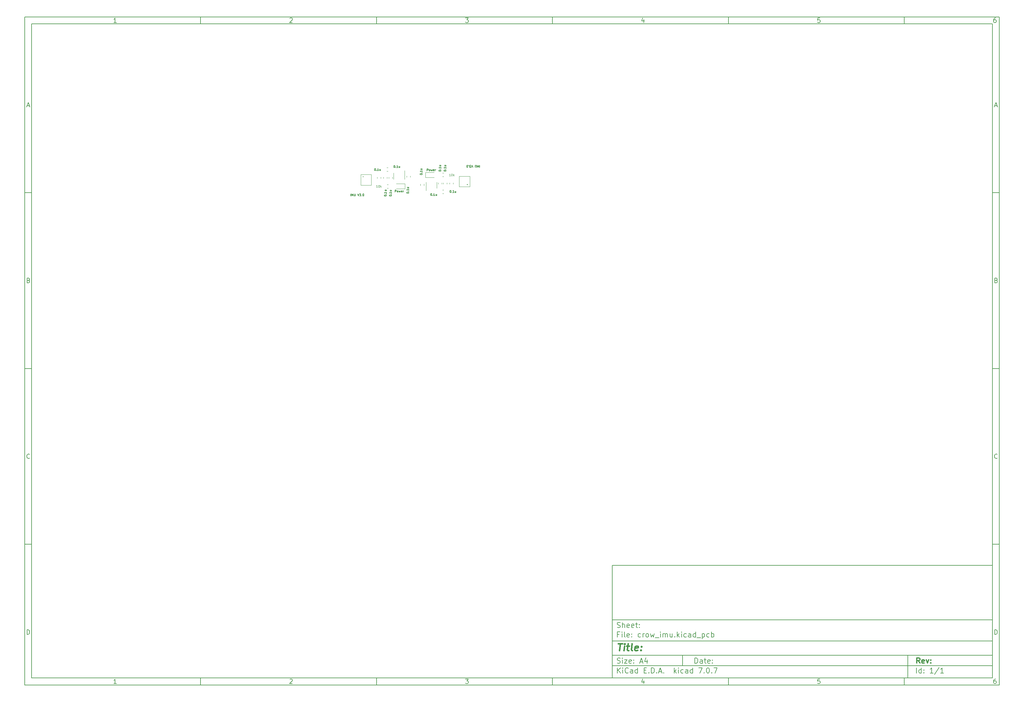
<source format=gto>
%TF.GenerationSoftware,KiCad,Pcbnew,7.0.7*%
%TF.CreationDate,2024-01-01T11:16:14+09:00*%
%TF.ProjectId,crow_imu,63726f77-5f69-46d7-952e-6b696361645f,rev?*%
%TF.SameCoordinates,Original*%
%TF.FileFunction,Legend,Top*%
%TF.FilePolarity,Positive*%
%FSLAX46Y46*%
G04 Gerber Fmt 4.6, Leading zero omitted, Abs format (unit mm)*
G04 Created by KiCad (PCBNEW 7.0.7) date 2024-01-01 11:16:14*
%MOMM*%
%LPD*%
G01*
G04 APERTURE LIST*
%ADD10C,0.100000*%
%ADD11C,0.150000*%
%ADD12C,0.300000*%
%ADD13C,0.400000*%
%ADD14C,0.120000*%
%ADD15C,0.050000*%
G04 APERTURE END LIST*
D10*
D11*
X177002200Y-166007200D02*
X285002200Y-166007200D01*
X285002200Y-198007200D01*
X177002200Y-198007200D01*
X177002200Y-166007200D01*
D10*
D11*
X10000000Y-10000000D02*
X287002200Y-10000000D01*
X287002200Y-200007200D01*
X10000000Y-200007200D01*
X10000000Y-10000000D01*
D10*
D11*
X12000000Y-12000000D02*
X285002200Y-12000000D01*
X285002200Y-198007200D01*
X12000000Y-198007200D01*
X12000000Y-12000000D01*
D10*
D11*
X60000000Y-12000000D02*
X60000000Y-10000000D01*
D10*
D11*
X110000000Y-12000000D02*
X110000000Y-10000000D01*
D10*
D11*
X160000000Y-12000000D02*
X160000000Y-10000000D01*
D10*
D11*
X210000000Y-12000000D02*
X210000000Y-10000000D01*
D10*
D11*
X260000000Y-12000000D02*
X260000000Y-10000000D01*
D10*
D11*
X36089160Y-11593604D02*
X35346303Y-11593604D01*
X35717731Y-11593604D02*
X35717731Y-10293604D01*
X35717731Y-10293604D02*
X35593922Y-10479319D01*
X35593922Y-10479319D02*
X35470112Y-10603128D01*
X35470112Y-10603128D02*
X35346303Y-10665033D01*
D10*
D11*
X85346303Y-10417414D02*
X85408207Y-10355509D01*
X85408207Y-10355509D02*
X85532017Y-10293604D01*
X85532017Y-10293604D02*
X85841541Y-10293604D01*
X85841541Y-10293604D02*
X85965350Y-10355509D01*
X85965350Y-10355509D02*
X86027255Y-10417414D01*
X86027255Y-10417414D02*
X86089160Y-10541223D01*
X86089160Y-10541223D02*
X86089160Y-10665033D01*
X86089160Y-10665033D02*
X86027255Y-10850747D01*
X86027255Y-10850747D02*
X85284398Y-11593604D01*
X85284398Y-11593604D02*
X86089160Y-11593604D01*
D10*
D11*
X135284398Y-10293604D02*
X136089160Y-10293604D01*
X136089160Y-10293604D02*
X135655826Y-10788842D01*
X135655826Y-10788842D02*
X135841541Y-10788842D01*
X135841541Y-10788842D02*
X135965350Y-10850747D01*
X135965350Y-10850747D02*
X136027255Y-10912652D01*
X136027255Y-10912652D02*
X136089160Y-11036461D01*
X136089160Y-11036461D02*
X136089160Y-11345985D01*
X136089160Y-11345985D02*
X136027255Y-11469795D01*
X136027255Y-11469795D02*
X135965350Y-11531700D01*
X135965350Y-11531700D02*
X135841541Y-11593604D01*
X135841541Y-11593604D02*
X135470112Y-11593604D01*
X135470112Y-11593604D02*
X135346303Y-11531700D01*
X135346303Y-11531700D02*
X135284398Y-11469795D01*
D10*
D11*
X185965350Y-10726938D02*
X185965350Y-11593604D01*
X185655826Y-10231700D02*
X185346303Y-11160271D01*
X185346303Y-11160271D02*
X186151064Y-11160271D01*
D10*
D11*
X236027255Y-10293604D02*
X235408207Y-10293604D01*
X235408207Y-10293604D02*
X235346303Y-10912652D01*
X235346303Y-10912652D02*
X235408207Y-10850747D01*
X235408207Y-10850747D02*
X235532017Y-10788842D01*
X235532017Y-10788842D02*
X235841541Y-10788842D01*
X235841541Y-10788842D02*
X235965350Y-10850747D01*
X235965350Y-10850747D02*
X236027255Y-10912652D01*
X236027255Y-10912652D02*
X236089160Y-11036461D01*
X236089160Y-11036461D02*
X236089160Y-11345985D01*
X236089160Y-11345985D02*
X236027255Y-11469795D01*
X236027255Y-11469795D02*
X235965350Y-11531700D01*
X235965350Y-11531700D02*
X235841541Y-11593604D01*
X235841541Y-11593604D02*
X235532017Y-11593604D01*
X235532017Y-11593604D02*
X235408207Y-11531700D01*
X235408207Y-11531700D02*
X235346303Y-11469795D01*
D10*
D11*
X285965350Y-10293604D02*
X285717731Y-10293604D01*
X285717731Y-10293604D02*
X285593922Y-10355509D01*
X285593922Y-10355509D02*
X285532017Y-10417414D01*
X285532017Y-10417414D02*
X285408207Y-10603128D01*
X285408207Y-10603128D02*
X285346303Y-10850747D01*
X285346303Y-10850747D02*
X285346303Y-11345985D01*
X285346303Y-11345985D02*
X285408207Y-11469795D01*
X285408207Y-11469795D02*
X285470112Y-11531700D01*
X285470112Y-11531700D02*
X285593922Y-11593604D01*
X285593922Y-11593604D02*
X285841541Y-11593604D01*
X285841541Y-11593604D02*
X285965350Y-11531700D01*
X285965350Y-11531700D02*
X286027255Y-11469795D01*
X286027255Y-11469795D02*
X286089160Y-11345985D01*
X286089160Y-11345985D02*
X286089160Y-11036461D01*
X286089160Y-11036461D02*
X286027255Y-10912652D01*
X286027255Y-10912652D02*
X285965350Y-10850747D01*
X285965350Y-10850747D02*
X285841541Y-10788842D01*
X285841541Y-10788842D02*
X285593922Y-10788842D01*
X285593922Y-10788842D02*
X285470112Y-10850747D01*
X285470112Y-10850747D02*
X285408207Y-10912652D01*
X285408207Y-10912652D02*
X285346303Y-11036461D01*
D10*
D11*
X60000000Y-198007200D02*
X60000000Y-200007200D01*
D10*
D11*
X110000000Y-198007200D02*
X110000000Y-200007200D01*
D10*
D11*
X160000000Y-198007200D02*
X160000000Y-200007200D01*
D10*
D11*
X210000000Y-198007200D02*
X210000000Y-200007200D01*
D10*
D11*
X260000000Y-198007200D02*
X260000000Y-200007200D01*
D10*
D11*
X36089160Y-199600804D02*
X35346303Y-199600804D01*
X35717731Y-199600804D02*
X35717731Y-198300804D01*
X35717731Y-198300804D02*
X35593922Y-198486519D01*
X35593922Y-198486519D02*
X35470112Y-198610328D01*
X35470112Y-198610328D02*
X35346303Y-198672233D01*
D10*
D11*
X85346303Y-198424614D02*
X85408207Y-198362709D01*
X85408207Y-198362709D02*
X85532017Y-198300804D01*
X85532017Y-198300804D02*
X85841541Y-198300804D01*
X85841541Y-198300804D02*
X85965350Y-198362709D01*
X85965350Y-198362709D02*
X86027255Y-198424614D01*
X86027255Y-198424614D02*
X86089160Y-198548423D01*
X86089160Y-198548423D02*
X86089160Y-198672233D01*
X86089160Y-198672233D02*
X86027255Y-198857947D01*
X86027255Y-198857947D02*
X85284398Y-199600804D01*
X85284398Y-199600804D02*
X86089160Y-199600804D01*
D10*
D11*
X135284398Y-198300804D02*
X136089160Y-198300804D01*
X136089160Y-198300804D02*
X135655826Y-198796042D01*
X135655826Y-198796042D02*
X135841541Y-198796042D01*
X135841541Y-198796042D02*
X135965350Y-198857947D01*
X135965350Y-198857947D02*
X136027255Y-198919852D01*
X136027255Y-198919852D02*
X136089160Y-199043661D01*
X136089160Y-199043661D02*
X136089160Y-199353185D01*
X136089160Y-199353185D02*
X136027255Y-199476995D01*
X136027255Y-199476995D02*
X135965350Y-199538900D01*
X135965350Y-199538900D02*
X135841541Y-199600804D01*
X135841541Y-199600804D02*
X135470112Y-199600804D01*
X135470112Y-199600804D02*
X135346303Y-199538900D01*
X135346303Y-199538900D02*
X135284398Y-199476995D01*
D10*
D11*
X185965350Y-198734138D02*
X185965350Y-199600804D01*
X185655826Y-198238900D02*
X185346303Y-199167471D01*
X185346303Y-199167471D02*
X186151064Y-199167471D01*
D10*
D11*
X236027255Y-198300804D02*
X235408207Y-198300804D01*
X235408207Y-198300804D02*
X235346303Y-198919852D01*
X235346303Y-198919852D02*
X235408207Y-198857947D01*
X235408207Y-198857947D02*
X235532017Y-198796042D01*
X235532017Y-198796042D02*
X235841541Y-198796042D01*
X235841541Y-198796042D02*
X235965350Y-198857947D01*
X235965350Y-198857947D02*
X236027255Y-198919852D01*
X236027255Y-198919852D02*
X236089160Y-199043661D01*
X236089160Y-199043661D02*
X236089160Y-199353185D01*
X236089160Y-199353185D02*
X236027255Y-199476995D01*
X236027255Y-199476995D02*
X235965350Y-199538900D01*
X235965350Y-199538900D02*
X235841541Y-199600804D01*
X235841541Y-199600804D02*
X235532017Y-199600804D01*
X235532017Y-199600804D02*
X235408207Y-199538900D01*
X235408207Y-199538900D02*
X235346303Y-199476995D01*
D10*
D11*
X285965350Y-198300804D02*
X285717731Y-198300804D01*
X285717731Y-198300804D02*
X285593922Y-198362709D01*
X285593922Y-198362709D02*
X285532017Y-198424614D01*
X285532017Y-198424614D02*
X285408207Y-198610328D01*
X285408207Y-198610328D02*
X285346303Y-198857947D01*
X285346303Y-198857947D02*
X285346303Y-199353185D01*
X285346303Y-199353185D02*
X285408207Y-199476995D01*
X285408207Y-199476995D02*
X285470112Y-199538900D01*
X285470112Y-199538900D02*
X285593922Y-199600804D01*
X285593922Y-199600804D02*
X285841541Y-199600804D01*
X285841541Y-199600804D02*
X285965350Y-199538900D01*
X285965350Y-199538900D02*
X286027255Y-199476995D01*
X286027255Y-199476995D02*
X286089160Y-199353185D01*
X286089160Y-199353185D02*
X286089160Y-199043661D01*
X286089160Y-199043661D02*
X286027255Y-198919852D01*
X286027255Y-198919852D02*
X285965350Y-198857947D01*
X285965350Y-198857947D02*
X285841541Y-198796042D01*
X285841541Y-198796042D02*
X285593922Y-198796042D01*
X285593922Y-198796042D02*
X285470112Y-198857947D01*
X285470112Y-198857947D02*
X285408207Y-198919852D01*
X285408207Y-198919852D02*
X285346303Y-199043661D01*
D10*
D11*
X10000000Y-60000000D02*
X12000000Y-60000000D01*
D10*
D11*
X10000000Y-110000000D02*
X12000000Y-110000000D01*
D10*
D11*
X10000000Y-160000000D02*
X12000000Y-160000000D01*
D10*
D11*
X10690476Y-35222176D02*
X11309523Y-35222176D01*
X10566666Y-35593604D02*
X10999999Y-34293604D01*
X10999999Y-34293604D02*
X11433333Y-35593604D01*
D10*
D11*
X11092857Y-84912652D02*
X11278571Y-84974557D01*
X11278571Y-84974557D02*
X11340476Y-85036461D01*
X11340476Y-85036461D02*
X11402380Y-85160271D01*
X11402380Y-85160271D02*
X11402380Y-85345985D01*
X11402380Y-85345985D02*
X11340476Y-85469795D01*
X11340476Y-85469795D02*
X11278571Y-85531700D01*
X11278571Y-85531700D02*
X11154761Y-85593604D01*
X11154761Y-85593604D02*
X10659523Y-85593604D01*
X10659523Y-85593604D02*
X10659523Y-84293604D01*
X10659523Y-84293604D02*
X11092857Y-84293604D01*
X11092857Y-84293604D02*
X11216666Y-84355509D01*
X11216666Y-84355509D02*
X11278571Y-84417414D01*
X11278571Y-84417414D02*
X11340476Y-84541223D01*
X11340476Y-84541223D02*
X11340476Y-84665033D01*
X11340476Y-84665033D02*
X11278571Y-84788842D01*
X11278571Y-84788842D02*
X11216666Y-84850747D01*
X11216666Y-84850747D02*
X11092857Y-84912652D01*
X11092857Y-84912652D02*
X10659523Y-84912652D01*
D10*
D11*
X11402380Y-135469795D02*
X11340476Y-135531700D01*
X11340476Y-135531700D02*
X11154761Y-135593604D01*
X11154761Y-135593604D02*
X11030952Y-135593604D01*
X11030952Y-135593604D02*
X10845238Y-135531700D01*
X10845238Y-135531700D02*
X10721428Y-135407890D01*
X10721428Y-135407890D02*
X10659523Y-135284080D01*
X10659523Y-135284080D02*
X10597619Y-135036461D01*
X10597619Y-135036461D02*
X10597619Y-134850747D01*
X10597619Y-134850747D02*
X10659523Y-134603128D01*
X10659523Y-134603128D02*
X10721428Y-134479319D01*
X10721428Y-134479319D02*
X10845238Y-134355509D01*
X10845238Y-134355509D02*
X11030952Y-134293604D01*
X11030952Y-134293604D02*
X11154761Y-134293604D01*
X11154761Y-134293604D02*
X11340476Y-134355509D01*
X11340476Y-134355509D02*
X11402380Y-134417414D01*
D10*
D11*
X10659523Y-185593604D02*
X10659523Y-184293604D01*
X10659523Y-184293604D02*
X10969047Y-184293604D01*
X10969047Y-184293604D02*
X11154761Y-184355509D01*
X11154761Y-184355509D02*
X11278571Y-184479319D01*
X11278571Y-184479319D02*
X11340476Y-184603128D01*
X11340476Y-184603128D02*
X11402380Y-184850747D01*
X11402380Y-184850747D02*
X11402380Y-185036461D01*
X11402380Y-185036461D02*
X11340476Y-185284080D01*
X11340476Y-185284080D02*
X11278571Y-185407890D01*
X11278571Y-185407890D02*
X11154761Y-185531700D01*
X11154761Y-185531700D02*
X10969047Y-185593604D01*
X10969047Y-185593604D02*
X10659523Y-185593604D01*
D10*
D11*
X287002200Y-60000000D02*
X285002200Y-60000000D01*
D10*
D11*
X287002200Y-110000000D02*
X285002200Y-110000000D01*
D10*
D11*
X287002200Y-160000000D02*
X285002200Y-160000000D01*
D10*
D11*
X285692676Y-35222176D02*
X286311723Y-35222176D01*
X285568866Y-35593604D02*
X286002199Y-34293604D01*
X286002199Y-34293604D02*
X286435533Y-35593604D01*
D10*
D11*
X286095057Y-84912652D02*
X286280771Y-84974557D01*
X286280771Y-84974557D02*
X286342676Y-85036461D01*
X286342676Y-85036461D02*
X286404580Y-85160271D01*
X286404580Y-85160271D02*
X286404580Y-85345985D01*
X286404580Y-85345985D02*
X286342676Y-85469795D01*
X286342676Y-85469795D02*
X286280771Y-85531700D01*
X286280771Y-85531700D02*
X286156961Y-85593604D01*
X286156961Y-85593604D02*
X285661723Y-85593604D01*
X285661723Y-85593604D02*
X285661723Y-84293604D01*
X285661723Y-84293604D02*
X286095057Y-84293604D01*
X286095057Y-84293604D02*
X286218866Y-84355509D01*
X286218866Y-84355509D02*
X286280771Y-84417414D01*
X286280771Y-84417414D02*
X286342676Y-84541223D01*
X286342676Y-84541223D02*
X286342676Y-84665033D01*
X286342676Y-84665033D02*
X286280771Y-84788842D01*
X286280771Y-84788842D02*
X286218866Y-84850747D01*
X286218866Y-84850747D02*
X286095057Y-84912652D01*
X286095057Y-84912652D02*
X285661723Y-84912652D01*
D10*
D11*
X286404580Y-135469795D02*
X286342676Y-135531700D01*
X286342676Y-135531700D02*
X286156961Y-135593604D01*
X286156961Y-135593604D02*
X286033152Y-135593604D01*
X286033152Y-135593604D02*
X285847438Y-135531700D01*
X285847438Y-135531700D02*
X285723628Y-135407890D01*
X285723628Y-135407890D02*
X285661723Y-135284080D01*
X285661723Y-135284080D02*
X285599819Y-135036461D01*
X285599819Y-135036461D02*
X285599819Y-134850747D01*
X285599819Y-134850747D02*
X285661723Y-134603128D01*
X285661723Y-134603128D02*
X285723628Y-134479319D01*
X285723628Y-134479319D02*
X285847438Y-134355509D01*
X285847438Y-134355509D02*
X286033152Y-134293604D01*
X286033152Y-134293604D02*
X286156961Y-134293604D01*
X286156961Y-134293604D02*
X286342676Y-134355509D01*
X286342676Y-134355509D02*
X286404580Y-134417414D01*
D10*
D11*
X285661723Y-185593604D02*
X285661723Y-184293604D01*
X285661723Y-184293604D02*
X285971247Y-184293604D01*
X285971247Y-184293604D02*
X286156961Y-184355509D01*
X286156961Y-184355509D02*
X286280771Y-184479319D01*
X286280771Y-184479319D02*
X286342676Y-184603128D01*
X286342676Y-184603128D02*
X286404580Y-184850747D01*
X286404580Y-184850747D02*
X286404580Y-185036461D01*
X286404580Y-185036461D02*
X286342676Y-185284080D01*
X286342676Y-185284080D02*
X286280771Y-185407890D01*
X286280771Y-185407890D02*
X286156961Y-185531700D01*
X286156961Y-185531700D02*
X285971247Y-185593604D01*
X285971247Y-185593604D02*
X285661723Y-185593604D01*
D10*
D11*
X200458026Y-193793328D02*
X200458026Y-192293328D01*
X200458026Y-192293328D02*
X200815169Y-192293328D01*
X200815169Y-192293328D02*
X201029455Y-192364757D01*
X201029455Y-192364757D02*
X201172312Y-192507614D01*
X201172312Y-192507614D02*
X201243741Y-192650471D01*
X201243741Y-192650471D02*
X201315169Y-192936185D01*
X201315169Y-192936185D02*
X201315169Y-193150471D01*
X201315169Y-193150471D02*
X201243741Y-193436185D01*
X201243741Y-193436185D02*
X201172312Y-193579042D01*
X201172312Y-193579042D02*
X201029455Y-193721900D01*
X201029455Y-193721900D02*
X200815169Y-193793328D01*
X200815169Y-193793328D02*
X200458026Y-193793328D01*
X202600884Y-193793328D02*
X202600884Y-193007614D01*
X202600884Y-193007614D02*
X202529455Y-192864757D01*
X202529455Y-192864757D02*
X202386598Y-192793328D01*
X202386598Y-192793328D02*
X202100884Y-192793328D01*
X202100884Y-192793328D02*
X201958026Y-192864757D01*
X202600884Y-193721900D02*
X202458026Y-193793328D01*
X202458026Y-193793328D02*
X202100884Y-193793328D01*
X202100884Y-193793328D02*
X201958026Y-193721900D01*
X201958026Y-193721900D02*
X201886598Y-193579042D01*
X201886598Y-193579042D02*
X201886598Y-193436185D01*
X201886598Y-193436185D02*
X201958026Y-193293328D01*
X201958026Y-193293328D02*
X202100884Y-193221900D01*
X202100884Y-193221900D02*
X202458026Y-193221900D01*
X202458026Y-193221900D02*
X202600884Y-193150471D01*
X203100884Y-192793328D02*
X203672312Y-192793328D01*
X203315169Y-192293328D02*
X203315169Y-193579042D01*
X203315169Y-193579042D02*
X203386598Y-193721900D01*
X203386598Y-193721900D02*
X203529455Y-193793328D01*
X203529455Y-193793328D02*
X203672312Y-193793328D01*
X204743741Y-193721900D02*
X204600884Y-193793328D01*
X204600884Y-193793328D02*
X204315170Y-193793328D01*
X204315170Y-193793328D02*
X204172312Y-193721900D01*
X204172312Y-193721900D02*
X204100884Y-193579042D01*
X204100884Y-193579042D02*
X204100884Y-193007614D01*
X204100884Y-193007614D02*
X204172312Y-192864757D01*
X204172312Y-192864757D02*
X204315170Y-192793328D01*
X204315170Y-192793328D02*
X204600884Y-192793328D01*
X204600884Y-192793328D02*
X204743741Y-192864757D01*
X204743741Y-192864757D02*
X204815170Y-193007614D01*
X204815170Y-193007614D02*
X204815170Y-193150471D01*
X204815170Y-193150471D02*
X204100884Y-193293328D01*
X205458026Y-193650471D02*
X205529455Y-193721900D01*
X205529455Y-193721900D02*
X205458026Y-193793328D01*
X205458026Y-193793328D02*
X205386598Y-193721900D01*
X205386598Y-193721900D02*
X205458026Y-193650471D01*
X205458026Y-193650471D02*
X205458026Y-193793328D01*
X205458026Y-192864757D02*
X205529455Y-192936185D01*
X205529455Y-192936185D02*
X205458026Y-193007614D01*
X205458026Y-193007614D02*
X205386598Y-192936185D01*
X205386598Y-192936185D02*
X205458026Y-192864757D01*
X205458026Y-192864757D02*
X205458026Y-193007614D01*
D10*
D11*
X177002200Y-194507200D02*
X285002200Y-194507200D01*
D10*
D11*
X178458026Y-196593328D02*
X178458026Y-195093328D01*
X179315169Y-196593328D02*
X178672312Y-195736185D01*
X179315169Y-195093328D02*
X178458026Y-195950471D01*
X179958026Y-196593328D02*
X179958026Y-195593328D01*
X179958026Y-195093328D02*
X179886598Y-195164757D01*
X179886598Y-195164757D02*
X179958026Y-195236185D01*
X179958026Y-195236185D02*
X180029455Y-195164757D01*
X180029455Y-195164757D02*
X179958026Y-195093328D01*
X179958026Y-195093328D02*
X179958026Y-195236185D01*
X181529455Y-196450471D02*
X181458027Y-196521900D01*
X181458027Y-196521900D02*
X181243741Y-196593328D01*
X181243741Y-196593328D02*
X181100884Y-196593328D01*
X181100884Y-196593328D02*
X180886598Y-196521900D01*
X180886598Y-196521900D02*
X180743741Y-196379042D01*
X180743741Y-196379042D02*
X180672312Y-196236185D01*
X180672312Y-196236185D02*
X180600884Y-195950471D01*
X180600884Y-195950471D02*
X180600884Y-195736185D01*
X180600884Y-195736185D02*
X180672312Y-195450471D01*
X180672312Y-195450471D02*
X180743741Y-195307614D01*
X180743741Y-195307614D02*
X180886598Y-195164757D01*
X180886598Y-195164757D02*
X181100884Y-195093328D01*
X181100884Y-195093328D02*
X181243741Y-195093328D01*
X181243741Y-195093328D02*
X181458027Y-195164757D01*
X181458027Y-195164757D02*
X181529455Y-195236185D01*
X182815170Y-196593328D02*
X182815170Y-195807614D01*
X182815170Y-195807614D02*
X182743741Y-195664757D01*
X182743741Y-195664757D02*
X182600884Y-195593328D01*
X182600884Y-195593328D02*
X182315170Y-195593328D01*
X182315170Y-195593328D02*
X182172312Y-195664757D01*
X182815170Y-196521900D02*
X182672312Y-196593328D01*
X182672312Y-196593328D02*
X182315170Y-196593328D01*
X182315170Y-196593328D02*
X182172312Y-196521900D01*
X182172312Y-196521900D02*
X182100884Y-196379042D01*
X182100884Y-196379042D02*
X182100884Y-196236185D01*
X182100884Y-196236185D02*
X182172312Y-196093328D01*
X182172312Y-196093328D02*
X182315170Y-196021900D01*
X182315170Y-196021900D02*
X182672312Y-196021900D01*
X182672312Y-196021900D02*
X182815170Y-195950471D01*
X184172313Y-196593328D02*
X184172313Y-195093328D01*
X184172313Y-196521900D02*
X184029455Y-196593328D01*
X184029455Y-196593328D02*
X183743741Y-196593328D01*
X183743741Y-196593328D02*
X183600884Y-196521900D01*
X183600884Y-196521900D02*
X183529455Y-196450471D01*
X183529455Y-196450471D02*
X183458027Y-196307614D01*
X183458027Y-196307614D02*
X183458027Y-195879042D01*
X183458027Y-195879042D02*
X183529455Y-195736185D01*
X183529455Y-195736185D02*
X183600884Y-195664757D01*
X183600884Y-195664757D02*
X183743741Y-195593328D01*
X183743741Y-195593328D02*
X184029455Y-195593328D01*
X184029455Y-195593328D02*
X184172313Y-195664757D01*
X186029455Y-195807614D02*
X186529455Y-195807614D01*
X186743741Y-196593328D02*
X186029455Y-196593328D01*
X186029455Y-196593328D02*
X186029455Y-195093328D01*
X186029455Y-195093328D02*
X186743741Y-195093328D01*
X187386598Y-196450471D02*
X187458027Y-196521900D01*
X187458027Y-196521900D02*
X187386598Y-196593328D01*
X187386598Y-196593328D02*
X187315170Y-196521900D01*
X187315170Y-196521900D02*
X187386598Y-196450471D01*
X187386598Y-196450471D02*
X187386598Y-196593328D01*
X188100884Y-196593328D02*
X188100884Y-195093328D01*
X188100884Y-195093328D02*
X188458027Y-195093328D01*
X188458027Y-195093328D02*
X188672313Y-195164757D01*
X188672313Y-195164757D02*
X188815170Y-195307614D01*
X188815170Y-195307614D02*
X188886599Y-195450471D01*
X188886599Y-195450471D02*
X188958027Y-195736185D01*
X188958027Y-195736185D02*
X188958027Y-195950471D01*
X188958027Y-195950471D02*
X188886599Y-196236185D01*
X188886599Y-196236185D02*
X188815170Y-196379042D01*
X188815170Y-196379042D02*
X188672313Y-196521900D01*
X188672313Y-196521900D02*
X188458027Y-196593328D01*
X188458027Y-196593328D02*
X188100884Y-196593328D01*
X189600884Y-196450471D02*
X189672313Y-196521900D01*
X189672313Y-196521900D02*
X189600884Y-196593328D01*
X189600884Y-196593328D02*
X189529456Y-196521900D01*
X189529456Y-196521900D02*
X189600884Y-196450471D01*
X189600884Y-196450471D02*
X189600884Y-196593328D01*
X190243742Y-196164757D02*
X190958028Y-196164757D01*
X190100885Y-196593328D02*
X190600885Y-195093328D01*
X190600885Y-195093328D02*
X191100885Y-196593328D01*
X191600884Y-196450471D02*
X191672313Y-196521900D01*
X191672313Y-196521900D02*
X191600884Y-196593328D01*
X191600884Y-196593328D02*
X191529456Y-196521900D01*
X191529456Y-196521900D02*
X191600884Y-196450471D01*
X191600884Y-196450471D02*
X191600884Y-196593328D01*
X194600884Y-196593328D02*
X194600884Y-195093328D01*
X194743742Y-196021900D02*
X195172313Y-196593328D01*
X195172313Y-195593328D02*
X194600884Y-196164757D01*
X195815170Y-196593328D02*
X195815170Y-195593328D01*
X195815170Y-195093328D02*
X195743742Y-195164757D01*
X195743742Y-195164757D02*
X195815170Y-195236185D01*
X195815170Y-195236185D02*
X195886599Y-195164757D01*
X195886599Y-195164757D02*
X195815170Y-195093328D01*
X195815170Y-195093328D02*
X195815170Y-195236185D01*
X197172314Y-196521900D02*
X197029456Y-196593328D01*
X197029456Y-196593328D02*
X196743742Y-196593328D01*
X196743742Y-196593328D02*
X196600885Y-196521900D01*
X196600885Y-196521900D02*
X196529456Y-196450471D01*
X196529456Y-196450471D02*
X196458028Y-196307614D01*
X196458028Y-196307614D02*
X196458028Y-195879042D01*
X196458028Y-195879042D02*
X196529456Y-195736185D01*
X196529456Y-195736185D02*
X196600885Y-195664757D01*
X196600885Y-195664757D02*
X196743742Y-195593328D01*
X196743742Y-195593328D02*
X197029456Y-195593328D01*
X197029456Y-195593328D02*
X197172314Y-195664757D01*
X198458028Y-196593328D02*
X198458028Y-195807614D01*
X198458028Y-195807614D02*
X198386599Y-195664757D01*
X198386599Y-195664757D02*
X198243742Y-195593328D01*
X198243742Y-195593328D02*
X197958028Y-195593328D01*
X197958028Y-195593328D02*
X197815170Y-195664757D01*
X198458028Y-196521900D02*
X198315170Y-196593328D01*
X198315170Y-196593328D02*
X197958028Y-196593328D01*
X197958028Y-196593328D02*
X197815170Y-196521900D01*
X197815170Y-196521900D02*
X197743742Y-196379042D01*
X197743742Y-196379042D02*
X197743742Y-196236185D01*
X197743742Y-196236185D02*
X197815170Y-196093328D01*
X197815170Y-196093328D02*
X197958028Y-196021900D01*
X197958028Y-196021900D02*
X198315170Y-196021900D01*
X198315170Y-196021900D02*
X198458028Y-195950471D01*
X199815171Y-196593328D02*
X199815171Y-195093328D01*
X199815171Y-196521900D02*
X199672313Y-196593328D01*
X199672313Y-196593328D02*
X199386599Y-196593328D01*
X199386599Y-196593328D02*
X199243742Y-196521900D01*
X199243742Y-196521900D02*
X199172313Y-196450471D01*
X199172313Y-196450471D02*
X199100885Y-196307614D01*
X199100885Y-196307614D02*
X199100885Y-195879042D01*
X199100885Y-195879042D02*
X199172313Y-195736185D01*
X199172313Y-195736185D02*
X199243742Y-195664757D01*
X199243742Y-195664757D02*
X199386599Y-195593328D01*
X199386599Y-195593328D02*
X199672313Y-195593328D01*
X199672313Y-195593328D02*
X199815171Y-195664757D01*
X201529456Y-195093328D02*
X202529456Y-195093328D01*
X202529456Y-195093328D02*
X201886599Y-196593328D01*
X203100884Y-196450471D02*
X203172313Y-196521900D01*
X203172313Y-196521900D02*
X203100884Y-196593328D01*
X203100884Y-196593328D02*
X203029456Y-196521900D01*
X203029456Y-196521900D02*
X203100884Y-196450471D01*
X203100884Y-196450471D02*
X203100884Y-196593328D01*
X204100885Y-195093328D02*
X204243742Y-195093328D01*
X204243742Y-195093328D02*
X204386599Y-195164757D01*
X204386599Y-195164757D02*
X204458028Y-195236185D01*
X204458028Y-195236185D02*
X204529456Y-195379042D01*
X204529456Y-195379042D02*
X204600885Y-195664757D01*
X204600885Y-195664757D02*
X204600885Y-196021900D01*
X204600885Y-196021900D02*
X204529456Y-196307614D01*
X204529456Y-196307614D02*
X204458028Y-196450471D01*
X204458028Y-196450471D02*
X204386599Y-196521900D01*
X204386599Y-196521900D02*
X204243742Y-196593328D01*
X204243742Y-196593328D02*
X204100885Y-196593328D01*
X204100885Y-196593328D02*
X203958028Y-196521900D01*
X203958028Y-196521900D02*
X203886599Y-196450471D01*
X203886599Y-196450471D02*
X203815170Y-196307614D01*
X203815170Y-196307614D02*
X203743742Y-196021900D01*
X203743742Y-196021900D02*
X203743742Y-195664757D01*
X203743742Y-195664757D02*
X203815170Y-195379042D01*
X203815170Y-195379042D02*
X203886599Y-195236185D01*
X203886599Y-195236185D02*
X203958028Y-195164757D01*
X203958028Y-195164757D02*
X204100885Y-195093328D01*
X205243741Y-196450471D02*
X205315170Y-196521900D01*
X205315170Y-196521900D02*
X205243741Y-196593328D01*
X205243741Y-196593328D02*
X205172313Y-196521900D01*
X205172313Y-196521900D02*
X205243741Y-196450471D01*
X205243741Y-196450471D02*
X205243741Y-196593328D01*
X205815170Y-195093328D02*
X206815170Y-195093328D01*
X206815170Y-195093328D02*
X206172313Y-196593328D01*
D10*
D11*
X177002200Y-191507200D02*
X285002200Y-191507200D01*
D10*
D12*
X264413853Y-193785528D02*
X263913853Y-193071242D01*
X263556710Y-193785528D02*
X263556710Y-192285528D01*
X263556710Y-192285528D02*
X264128139Y-192285528D01*
X264128139Y-192285528D02*
X264270996Y-192356957D01*
X264270996Y-192356957D02*
X264342425Y-192428385D01*
X264342425Y-192428385D02*
X264413853Y-192571242D01*
X264413853Y-192571242D02*
X264413853Y-192785528D01*
X264413853Y-192785528D02*
X264342425Y-192928385D01*
X264342425Y-192928385D02*
X264270996Y-192999814D01*
X264270996Y-192999814D02*
X264128139Y-193071242D01*
X264128139Y-193071242D02*
X263556710Y-193071242D01*
X265628139Y-193714100D02*
X265485282Y-193785528D01*
X265485282Y-193785528D02*
X265199568Y-193785528D01*
X265199568Y-193785528D02*
X265056710Y-193714100D01*
X265056710Y-193714100D02*
X264985282Y-193571242D01*
X264985282Y-193571242D02*
X264985282Y-192999814D01*
X264985282Y-192999814D02*
X265056710Y-192856957D01*
X265056710Y-192856957D02*
X265199568Y-192785528D01*
X265199568Y-192785528D02*
X265485282Y-192785528D01*
X265485282Y-192785528D02*
X265628139Y-192856957D01*
X265628139Y-192856957D02*
X265699568Y-192999814D01*
X265699568Y-192999814D02*
X265699568Y-193142671D01*
X265699568Y-193142671D02*
X264985282Y-193285528D01*
X266199567Y-192785528D02*
X266556710Y-193785528D01*
X266556710Y-193785528D02*
X266913853Y-192785528D01*
X267485281Y-193642671D02*
X267556710Y-193714100D01*
X267556710Y-193714100D02*
X267485281Y-193785528D01*
X267485281Y-193785528D02*
X267413853Y-193714100D01*
X267413853Y-193714100D02*
X267485281Y-193642671D01*
X267485281Y-193642671D02*
X267485281Y-193785528D01*
X267485281Y-192856957D02*
X267556710Y-192928385D01*
X267556710Y-192928385D02*
X267485281Y-192999814D01*
X267485281Y-192999814D02*
X267413853Y-192928385D01*
X267413853Y-192928385D02*
X267485281Y-192856957D01*
X267485281Y-192856957D02*
X267485281Y-192999814D01*
D10*
D11*
X178386598Y-193721900D02*
X178600884Y-193793328D01*
X178600884Y-193793328D02*
X178958026Y-193793328D01*
X178958026Y-193793328D02*
X179100884Y-193721900D01*
X179100884Y-193721900D02*
X179172312Y-193650471D01*
X179172312Y-193650471D02*
X179243741Y-193507614D01*
X179243741Y-193507614D02*
X179243741Y-193364757D01*
X179243741Y-193364757D02*
X179172312Y-193221900D01*
X179172312Y-193221900D02*
X179100884Y-193150471D01*
X179100884Y-193150471D02*
X178958026Y-193079042D01*
X178958026Y-193079042D02*
X178672312Y-193007614D01*
X178672312Y-193007614D02*
X178529455Y-192936185D01*
X178529455Y-192936185D02*
X178458026Y-192864757D01*
X178458026Y-192864757D02*
X178386598Y-192721900D01*
X178386598Y-192721900D02*
X178386598Y-192579042D01*
X178386598Y-192579042D02*
X178458026Y-192436185D01*
X178458026Y-192436185D02*
X178529455Y-192364757D01*
X178529455Y-192364757D02*
X178672312Y-192293328D01*
X178672312Y-192293328D02*
X179029455Y-192293328D01*
X179029455Y-192293328D02*
X179243741Y-192364757D01*
X179886597Y-193793328D02*
X179886597Y-192793328D01*
X179886597Y-192293328D02*
X179815169Y-192364757D01*
X179815169Y-192364757D02*
X179886597Y-192436185D01*
X179886597Y-192436185D02*
X179958026Y-192364757D01*
X179958026Y-192364757D02*
X179886597Y-192293328D01*
X179886597Y-192293328D02*
X179886597Y-192436185D01*
X180458026Y-192793328D02*
X181243741Y-192793328D01*
X181243741Y-192793328D02*
X180458026Y-193793328D01*
X180458026Y-193793328D02*
X181243741Y-193793328D01*
X182386598Y-193721900D02*
X182243741Y-193793328D01*
X182243741Y-193793328D02*
X181958027Y-193793328D01*
X181958027Y-193793328D02*
X181815169Y-193721900D01*
X181815169Y-193721900D02*
X181743741Y-193579042D01*
X181743741Y-193579042D02*
X181743741Y-193007614D01*
X181743741Y-193007614D02*
X181815169Y-192864757D01*
X181815169Y-192864757D02*
X181958027Y-192793328D01*
X181958027Y-192793328D02*
X182243741Y-192793328D01*
X182243741Y-192793328D02*
X182386598Y-192864757D01*
X182386598Y-192864757D02*
X182458027Y-193007614D01*
X182458027Y-193007614D02*
X182458027Y-193150471D01*
X182458027Y-193150471D02*
X181743741Y-193293328D01*
X183100883Y-193650471D02*
X183172312Y-193721900D01*
X183172312Y-193721900D02*
X183100883Y-193793328D01*
X183100883Y-193793328D02*
X183029455Y-193721900D01*
X183029455Y-193721900D02*
X183100883Y-193650471D01*
X183100883Y-193650471D02*
X183100883Y-193793328D01*
X183100883Y-192864757D02*
X183172312Y-192936185D01*
X183172312Y-192936185D02*
X183100883Y-193007614D01*
X183100883Y-193007614D02*
X183029455Y-192936185D01*
X183029455Y-192936185D02*
X183100883Y-192864757D01*
X183100883Y-192864757D02*
X183100883Y-193007614D01*
X184886598Y-193364757D02*
X185600884Y-193364757D01*
X184743741Y-193793328D02*
X185243741Y-192293328D01*
X185243741Y-192293328D02*
X185743741Y-193793328D01*
X186886598Y-192793328D02*
X186886598Y-193793328D01*
X186529455Y-192221900D02*
X186172312Y-193293328D01*
X186172312Y-193293328D02*
X187100883Y-193293328D01*
D10*
D11*
X263458026Y-196593328D02*
X263458026Y-195093328D01*
X264815170Y-196593328D02*
X264815170Y-195093328D01*
X264815170Y-196521900D02*
X264672312Y-196593328D01*
X264672312Y-196593328D02*
X264386598Y-196593328D01*
X264386598Y-196593328D02*
X264243741Y-196521900D01*
X264243741Y-196521900D02*
X264172312Y-196450471D01*
X264172312Y-196450471D02*
X264100884Y-196307614D01*
X264100884Y-196307614D02*
X264100884Y-195879042D01*
X264100884Y-195879042D02*
X264172312Y-195736185D01*
X264172312Y-195736185D02*
X264243741Y-195664757D01*
X264243741Y-195664757D02*
X264386598Y-195593328D01*
X264386598Y-195593328D02*
X264672312Y-195593328D01*
X264672312Y-195593328D02*
X264815170Y-195664757D01*
X265529455Y-196450471D02*
X265600884Y-196521900D01*
X265600884Y-196521900D02*
X265529455Y-196593328D01*
X265529455Y-196593328D02*
X265458027Y-196521900D01*
X265458027Y-196521900D02*
X265529455Y-196450471D01*
X265529455Y-196450471D02*
X265529455Y-196593328D01*
X265529455Y-195664757D02*
X265600884Y-195736185D01*
X265600884Y-195736185D02*
X265529455Y-195807614D01*
X265529455Y-195807614D02*
X265458027Y-195736185D01*
X265458027Y-195736185D02*
X265529455Y-195664757D01*
X265529455Y-195664757D02*
X265529455Y-195807614D01*
X268172313Y-196593328D02*
X267315170Y-196593328D01*
X267743741Y-196593328D02*
X267743741Y-195093328D01*
X267743741Y-195093328D02*
X267600884Y-195307614D01*
X267600884Y-195307614D02*
X267458027Y-195450471D01*
X267458027Y-195450471D02*
X267315170Y-195521900D01*
X269886598Y-195021900D02*
X268600884Y-196950471D01*
X271172313Y-196593328D02*
X270315170Y-196593328D01*
X270743741Y-196593328D02*
X270743741Y-195093328D01*
X270743741Y-195093328D02*
X270600884Y-195307614D01*
X270600884Y-195307614D02*
X270458027Y-195450471D01*
X270458027Y-195450471D02*
X270315170Y-195521900D01*
D10*
D11*
X177002200Y-187507200D02*
X285002200Y-187507200D01*
D10*
D13*
X178693928Y-188211638D02*
X179836785Y-188211638D01*
X179015357Y-190211638D02*
X179265357Y-188211638D01*
X180253452Y-190211638D02*
X180420119Y-188878304D01*
X180503452Y-188211638D02*
X180396309Y-188306876D01*
X180396309Y-188306876D02*
X180479643Y-188402114D01*
X180479643Y-188402114D02*
X180586786Y-188306876D01*
X180586786Y-188306876D02*
X180503452Y-188211638D01*
X180503452Y-188211638D02*
X180479643Y-188402114D01*
X181086786Y-188878304D02*
X181848690Y-188878304D01*
X181455833Y-188211638D02*
X181241548Y-189925923D01*
X181241548Y-189925923D02*
X181312976Y-190116400D01*
X181312976Y-190116400D02*
X181491548Y-190211638D01*
X181491548Y-190211638D02*
X181682024Y-190211638D01*
X182634405Y-190211638D02*
X182455833Y-190116400D01*
X182455833Y-190116400D02*
X182384405Y-189925923D01*
X182384405Y-189925923D02*
X182598690Y-188211638D01*
X184170119Y-190116400D02*
X183967738Y-190211638D01*
X183967738Y-190211638D02*
X183586785Y-190211638D01*
X183586785Y-190211638D02*
X183408214Y-190116400D01*
X183408214Y-190116400D02*
X183336785Y-189925923D01*
X183336785Y-189925923D02*
X183432024Y-189164019D01*
X183432024Y-189164019D02*
X183551071Y-188973542D01*
X183551071Y-188973542D02*
X183753452Y-188878304D01*
X183753452Y-188878304D02*
X184134404Y-188878304D01*
X184134404Y-188878304D02*
X184312976Y-188973542D01*
X184312976Y-188973542D02*
X184384404Y-189164019D01*
X184384404Y-189164019D02*
X184360595Y-189354495D01*
X184360595Y-189354495D02*
X183384404Y-189544971D01*
X185134405Y-190021161D02*
X185217738Y-190116400D01*
X185217738Y-190116400D02*
X185110595Y-190211638D01*
X185110595Y-190211638D02*
X185027262Y-190116400D01*
X185027262Y-190116400D02*
X185134405Y-190021161D01*
X185134405Y-190021161D02*
X185110595Y-190211638D01*
X185265357Y-188973542D02*
X185348690Y-189068780D01*
X185348690Y-189068780D02*
X185241548Y-189164019D01*
X185241548Y-189164019D02*
X185158214Y-189068780D01*
X185158214Y-189068780D02*
X185265357Y-188973542D01*
X185265357Y-188973542D02*
X185241548Y-189164019D01*
D10*
D11*
X178958026Y-185607614D02*
X178458026Y-185607614D01*
X178458026Y-186393328D02*
X178458026Y-184893328D01*
X178458026Y-184893328D02*
X179172312Y-184893328D01*
X179743740Y-186393328D02*
X179743740Y-185393328D01*
X179743740Y-184893328D02*
X179672312Y-184964757D01*
X179672312Y-184964757D02*
X179743740Y-185036185D01*
X179743740Y-185036185D02*
X179815169Y-184964757D01*
X179815169Y-184964757D02*
X179743740Y-184893328D01*
X179743740Y-184893328D02*
X179743740Y-185036185D01*
X180672312Y-186393328D02*
X180529455Y-186321900D01*
X180529455Y-186321900D02*
X180458026Y-186179042D01*
X180458026Y-186179042D02*
X180458026Y-184893328D01*
X181815169Y-186321900D02*
X181672312Y-186393328D01*
X181672312Y-186393328D02*
X181386598Y-186393328D01*
X181386598Y-186393328D02*
X181243740Y-186321900D01*
X181243740Y-186321900D02*
X181172312Y-186179042D01*
X181172312Y-186179042D02*
X181172312Y-185607614D01*
X181172312Y-185607614D02*
X181243740Y-185464757D01*
X181243740Y-185464757D02*
X181386598Y-185393328D01*
X181386598Y-185393328D02*
X181672312Y-185393328D01*
X181672312Y-185393328D02*
X181815169Y-185464757D01*
X181815169Y-185464757D02*
X181886598Y-185607614D01*
X181886598Y-185607614D02*
X181886598Y-185750471D01*
X181886598Y-185750471D02*
X181172312Y-185893328D01*
X182529454Y-186250471D02*
X182600883Y-186321900D01*
X182600883Y-186321900D02*
X182529454Y-186393328D01*
X182529454Y-186393328D02*
X182458026Y-186321900D01*
X182458026Y-186321900D02*
X182529454Y-186250471D01*
X182529454Y-186250471D02*
X182529454Y-186393328D01*
X182529454Y-185464757D02*
X182600883Y-185536185D01*
X182600883Y-185536185D02*
X182529454Y-185607614D01*
X182529454Y-185607614D02*
X182458026Y-185536185D01*
X182458026Y-185536185D02*
X182529454Y-185464757D01*
X182529454Y-185464757D02*
X182529454Y-185607614D01*
X185029455Y-186321900D02*
X184886597Y-186393328D01*
X184886597Y-186393328D02*
X184600883Y-186393328D01*
X184600883Y-186393328D02*
X184458026Y-186321900D01*
X184458026Y-186321900D02*
X184386597Y-186250471D01*
X184386597Y-186250471D02*
X184315169Y-186107614D01*
X184315169Y-186107614D02*
X184315169Y-185679042D01*
X184315169Y-185679042D02*
X184386597Y-185536185D01*
X184386597Y-185536185D02*
X184458026Y-185464757D01*
X184458026Y-185464757D02*
X184600883Y-185393328D01*
X184600883Y-185393328D02*
X184886597Y-185393328D01*
X184886597Y-185393328D02*
X185029455Y-185464757D01*
X185672311Y-186393328D02*
X185672311Y-185393328D01*
X185672311Y-185679042D02*
X185743740Y-185536185D01*
X185743740Y-185536185D02*
X185815169Y-185464757D01*
X185815169Y-185464757D02*
X185958026Y-185393328D01*
X185958026Y-185393328D02*
X186100883Y-185393328D01*
X186815168Y-186393328D02*
X186672311Y-186321900D01*
X186672311Y-186321900D02*
X186600882Y-186250471D01*
X186600882Y-186250471D02*
X186529454Y-186107614D01*
X186529454Y-186107614D02*
X186529454Y-185679042D01*
X186529454Y-185679042D02*
X186600882Y-185536185D01*
X186600882Y-185536185D02*
X186672311Y-185464757D01*
X186672311Y-185464757D02*
X186815168Y-185393328D01*
X186815168Y-185393328D02*
X187029454Y-185393328D01*
X187029454Y-185393328D02*
X187172311Y-185464757D01*
X187172311Y-185464757D02*
X187243740Y-185536185D01*
X187243740Y-185536185D02*
X187315168Y-185679042D01*
X187315168Y-185679042D02*
X187315168Y-186107614D01*
X187315168Y-186107614D02*
X187243740Y-186250471D01*
X187243740Y-186250471D02*
X187172311Y-186321900D01*
X187172311Y-186321900D02*
X187029454Y-186393328D01*
X187029454Y-186393328D02*
X186815168Y-186393328D01*
X187815168Y-185393328D02*
X188100883Y-186393328D01*
X188100883Y-186393328D02*
X188386597Y-185679042D01*
X188386597Y-185679042D02*
X188672311Y-186393328D01*
X188672311Y-186393328D02*
X188958025Y-185393328D01*
X189172312Y-186536185D02*
X190315169Y-186536185D01*
X190672311Y-186393328D02*
X190672311Y-185393328D01*
X190672311Y-184893328D02*
X190600883Y-184964757D01*
X190600883Y-184964757D02*
X190672311Y-185036185D01*
X190672311Y-185036185D02*
X190743740Y-184964757D01*
X190743740Y-184964757D02*
X190672311Y-184893328D01*
X190672311Y-184893328D02*
X190672311Y-185036185D01*
X191386597Y-186393328D02*
X191386597Y-185393328D01*
X191386597Y-185536185D02*
X191458026Y-185464757D01*
X191458026Y-185464757D02*
X191600883Y-185393328D01*
X191600883Y-185393328D02*
X191815169Y-185393328D01*
X191815169Y-185393328D02*
X191958026Y-185464757D01*
X191958026Y-185464757D02*
X192029455Y-185607614D01*
X192029455Y-185607614D02*
X192029455Y-186393328D01*
X192029455Y-185607614D02*
X192100883Y-185464757D01*
X192100883Y-185464757D02*
X192243740Y-185393328D01*
X192243740Y-185393328D02*
X192458026Y-185393328D01*
X192458026Y-185393328D02*
X192600883Y-185464757D01*
X192600883Y-185464757D02*
X192672312Y-185607614D01*
X192672312Y-185607614D02*
X192672312Y-186393328D01*
X194029455Y-185393328D02*
X194029455Y-186393328D01*
X193386597Y-185393328D02*
X193386597Y-186179042D01*
X193386597Y-186179042D02*
X193458026Y-186321900D01*
X193458026Y-186321900D02*
X193600883Y-186393328D01*
X193600883Y-186393328D02*
X193815169Y-186393328D01*
X193815169Y-186393328D02*
X193958026Y-186321900D01*
X193958026Y-186321900D02*
X194029455Y-186250471D01*
X194743740Y-186250471D02*
X194815169Y-186321900D01*
X194815169Y-186321900D02*
X194743740Y-186393328D01*
X194743740Y-186393328D02*
X194672312Y-186321900D01*
X194672312Y-186321900D02*
X194743740Y-186250471D01*
X194743740Y-186250471D02*
X194743740Y-186393328D01*
X195458026Y-186393328D02*
X195458026Y-184893328D01*
X195600884Y-185821900D02*
X196029455Y-186393328D01*
X196029455Y-185393328D02*
X195458026Y-185964757D01*
X196672312Y-186393328D02*
X196672312Y-185393328D01*
X196672312Y-184893328D02*
X196600884Y-184964757D01*
X196600884Y-184964757D02*
X196672312Y-185036185D01*
X196672312Y-185036185D02*
X196743741Y-184964757D01*
X196743741Y-184964757D02*
X196672312Y-184893328D01*
X196672312Y-184893328D02*
X196672312Y-185036185D01*
X198029456Y-186321900D02*
X197886598Y-186393328D01*
X197886598Y-186393328D02*
X197600884Y-186393328D01*
X197600884Y-186393328D02*
X197458027Y-186321900D01*
X197458027Y-186321900D02*
X197386598Y-186250471D01*
X197386598Y-186250471D02*
X197315170Y-186107614D01*
X197315170Y-186107614D02*
X197315170Y-185679042D01*
X197315170Y-185679042D02*
X197386598Y-185536185D01*
X197386598Y-185536185D02*
X197458027Y-185464757D01*
X197458027Y-185464757D02*
X197600884Y-185393328D01*
X197600884Y-185393328D02*
X197886598Y-185393328D01*
X197886598Y-185393328D02*
X198029456Y-185464757D01*
X199315170Y-186393328D02*
X199315170Y-185607614D01*
X199315170Y-185607614D02*
X199243741Y-185464757D01*
X199243741Y-185464757D02*
X199100884Y-185393328D01*
X199100884Y-185393328D02*
X198815170Y-185393328D01*
X198815170Y-185393328D02*
X198672312Y-185464757D01*
X199315170Y-186321900D02*
X199172312Y-186393328D01*
X199172312Y-186393328D02*
X198815170Y-186393328D01*
X198815170Y-186393328D02*
X198672312Y-186321900D01*
X198672312Y-186321900D02*
X198600884Y-186179042D01*
X198600884Y-186179042D02*
X198600884Y-186036185D01*
X198600884Y-186036185D02*
X198672312Y-185893328D01*
X198672312Y-185893328D02*
X198815170Y-185821900D01*
X198815170Y-185821900D02*
X199172312Y-185821900D01*
X199172312Y-185821900D02*
X199315170Y-185750471D01*
X200672313Y-186393328D02*
X200672313Y-184893328D01*
X200672313Y-186321900D02*
X200529455Y-186393328D01*
X200529455Y-186393328D02*
X200243741Y-186393328D01*
X200243741Y-186393328D02*
X200100884Y-186321900D01*
X200100884Y-186321900D02*
X200029455Y-186250471D01*
X200029455Y-186250471D02*
X199958027Y-186107614D01*
X199958027Y-186107614D02*
X199958027Y-185679042D01*
X199958027Y-185679042D02*
X200029455Y-185536185D01*
X200029455Y-185536185D02*
X200100884Y-185464757D01*
X200100884Y-185464757D02*
X200243741Y-185393328D01*
X200243741Y-185393328D02*
X200529455Y-185393328D01*
X200529455Y-185393328D02*
X200672313Y-185464757D01*
X201029456Y-186536185D02*
X202172313Y-186536185D01*
X202529455Y-185393328D02*
X202529455Y-186893328D01*
X202529455Y-185464757D02*
X202672313Y-185393328D01*
X202672313Y-185393328D02*
X202958027Y-185393328D01*
X202958027Y-185393328D02*
X203100884Y-185464757D01*
X203100884Y-185464757D02*
X203172313Y-185536185D01*
X203172313Y-185536185D02*
X203243741Y-185679042D01*
X203243741Y-185679042D02*
X203243741Y-186107614D01*
X203243741Y-186107614D02*
X203172313Y-186250471D01*
X203172313Y-186250471D02*
X203100884Y-186321900D01*
X203100884Y-186321900D02*
X202958027Y-186393328D01*
X202958027Y-186393328D02*
X202672313Y-186393328D01*
X202672313Y-186393328D02*
X202529455Y-186321900D01*
X204529456Y-186321900D02*
X204386598Y-186393328D01*
X204386598Y-186393328D02*
X204100884Y-186393328D01*
X204100884Y-186393328D02*
X203958027Y-186321900D01*
X203958027Y-186321900D02*
X203886598Y-186250471D01*
X203886598Y-186250471D02*
X203815170Y-186107614D01*
X203815170Y-186107614D02*
X203815170Y-185679042D01*
X203815170Y-185679042D02*
X203886598Y-185536185D01*
X203886598Y-185536185D02*
X203958027Y-185464757D01*
X203958027Y-185464757D02*
X204100884Y-185393328D01*
X204100884Y-185393328D02*
X204386598Y-185393328D01*
X204386598Y-185393328D02*
X204529456Y-185464757D01*
X205172312Y-186393328D02*
X205172312Y-184893328D01*
X205172312Y-185464757D02*
X205315170Y-185393328D01*
X205315170Y-185393328D02*
X205600884Y-185393328D01*
X205600884Y-185393328D02*
X205743741Y-185464757D01*
X205743741Y-185464757D02*
X205815170Y-185536185D01*
X205815170Y-185536185D02*
X205886598Y-185679042D01*
X205886598Y-185679042D02*
X205886598Y-186107614D01*
X205886598Y-186107614D02*
X205815170Y-186250471D01*
X205815170Y-186250471D02*
X205743741Y-186321900D01*
X205743741Y-186321900D02*
X205600884Y-186393328D01*
X205600884Y-186393328D02*
X205315170Y-186393328D01*
X205315170Y-186393328D02*
X205172312Y-186321900D01*
D10*
D11*
X177002200Y-181507200D02*
X285002200Y-181507200D01*
D10*
D11*
X178386598Y-183621900D02*
X178600884Y-183693328D01*
X178600884Y-183693328D02*
X178958026Y-183693328D01*
X178958026Y-183693328D02*
X179100884Y-183621900D01*
X179100884Y-183621900D02*
X179172312Y-183550471D01*
X179172312Y-183550471D02*
X179243741Y-183407614D01*
X179243741Y-183407614D02*
X179243741Y-183264757D01*
X179243741Y-183264757D02*
X179172312Y-183121900D01*
X179172312Y-183121900D02*
X179100884Y-183050471D01*
X179100884Y-183050471D02*
X178958026Y-182979042D01*
X178958026Y-182979042D02*
X178672312Y-182907614D01*
X178672312Y-182907614D02*
X178529455Y-182836185D01*
X178529455Y-182836185D02*
X178458026Y-182764757D01*
X178458026Y-182764757D02*
X178386598Y-182621900D01*
X178386598Y-182621900D02*
X178386598Y-182479042D01*
X178386598Y-182479042D02*
X178458026Y-182336185D01*
X178458026Y-182336185D02*
X178529455Y-182264757D01*
X178529455Y-182264757D02*
X178672312Y-182193328D01*
X178672312Y-182193328D02*
X179029455Y-182193328D01*
X179029455Y-182193328D02*
X179243741Y-182264757D01*
X179886597Y-183693328D02*
X179886597Y-182193328D01*
X180529455Y-183693328D02*
X180529455Y-182907614D01*
X180529455Y-182907614D02*
X180458026Y-182764757D01*
X180458026Y-182764757D02*
X180315169Y-182693328D01*
X180315169Y-182693328D02*
X180100883Y-182693328D01*
X180100883Y-182693328D02*
X179958026Y-182764757D01*
X179958026Y-182764757D02*
X179886597Y-182836185D01*
X181815169Y-183621900D02*
X181672312Y-183693328D01*
X181672312Y-183693328D02*
X181386598Y-183693328D01*
X181386598Y-183693328D02*
X181243740Y-183621900D01*
X181243740Y-183621900D02*
X181172312Y-183479042D01*
X181172312Y-183479042D02*
X181172312Y-182907614D01*
X181172312Y-182907614D02*
X181243740Y-182764757D01*
X181243740Y-182764757D02*
X181386598Y-182693328D01*
X181386598Y-182693328D02*
X181672312Y-182693328D01*
X181672312Y-182693328D02*
X181815169Y-182764757D01*
X181815169Y-182764757D02*
X181886598Y-182907614D01*
X181886598Y-182907614D02*
X181886598Y-183050471D01*
X181886598Y-183050471D02*
X181172312Y-183193328D01*
X183100883Y-183621900D02*
X182958026Y-183693328D01*
X182958026Y-183693328D02*
X182672312Y-183693328D01*
X182672312Y-183693328D02*
X182529454Y-183621900D01*
X182529454Y-183621900D02*
X182458026Y-183479042D01*
X182458026Y-183479042D02*
X182458026Y-182907614D01*
X182458026Y-182907614D02*
X182529454Y-182764757D01*
X182529454Y-182764757D02*
X182672312Y-182693328D01*
X182672312Y-182693328D02*
X182958026Y-182693328D01*
X182958026Y-182693328D02*
X183100883Y-182764757D01*
X183100883Y-182764757D02*
X183172312Y-182907614D01*
X183172312Y-182907614D02*
X183172312Y-183050471D01*
X183172312Y-183050471D02*
X182458026Y-183193328D01*
X183600883Y-182693328D02*
X184172311Y-182693328D01*
X183815168Y-182193328D02*
X183815168Y-183479042D01*
X183815168Y-183479042D02*
X183886597Y-183621900D01*
X183886597Y-183621900D02*
X184029454Y-183693328D01*
X184029454Y-183693328D02*
X184172311Y-183693328D01*
X184672311Y-183550471D02*
X184743740Y-183621900D01*
X184743740Y-183621900D02*
X184672311Y-183693328D01*
X184672311Y-183693328D02*
X184600883Y-183621900D01*
X184600883Y-183621900D02*
X184672311Y-183550471D01*
X184672311Y-183550471D02*
X184672311Y-183693328D01*
X184672311Y-182764757D02*
X184743740Y-182836185D01*
X184743740Y-182836185D02*
X184672311Y-182907614D01*
X184672311Y-182907614D02*
X184600883Y-182836185D01*
X184600883Y-182836185D02*
X184672311Y-182764757D01*
X184672311Y-182764757D02*
X184672311Y-182907614D01*
D10*
D12*
D10*
D11*
D10*
D11*
D10*
D11*
D10*
D11*
D10*
D11*
X197002200Y-191507200D02*
X197002200Y-194507200D01*
D10*
D11*
X261002200Y-191507200D02*
X261002200Y-198007200D01*
X102651541Y-60918771D02*
X102651541Y-60318771D01*
X102937255Y-60918771D02*
X102937255Y-60318771D01*
X102937255Y-60318771D02*
X103137255Y-60747342D01*
X103137255Y-60747342D02*
X103337255Y-60318771D01*
X103337255Y-60318771D02*
X103337255Y-60918771D01*
X103622969Y-60318771D02*
X103622969Y-60804485D01*
X103622969Y-60804485D02*
X103651540Y-60861628D01*
X103651540Y-60861628D02*
X103680112Y-60890200D01*
X103680112Y-60890200D02*
X103737254Y-60918771D01*
X103737254Y-60918771D02*
X103851540Y-60918771D01*
X103851540Y-60918771D02*
X103908683Y-60890200D01*
X103908683Y-60890200D02*
X103937254Y-60861628D01*
X103937254Y-60861628D02*
X103965826Y-60804485D01*
X103965826Y-60804485D02*
X103965826Y-60318771D01*
X104622968Y-60318771D02*
X104822968Y-60918771D01*
X104822968Y-60918771D02*
X105022968Y-60318771D01*
X105165826Y-60318771D02*
X105537254Y-60318771D01*
X105537254Y-60318771D02*
X105337254Y-60547342D01*
X105337254Y-60547342D02*
X105422969Y-60547342D01*
X105422969Y-60547342D02*
X105480112Y-60575914D01*
X105480112Y-60575914D02*
X105508683Y-60604485D01*
X105508683Y-60604485D02*
X105537254Y-60661628D01*
X105537254Y-60661628D02*
X105537254Y-60804485D01*
X105537254Y-60804485D02*
X105508683Y-60861628D01*
X105508683Y-60861628D02*
X105480112Y-60890200D01*
X105480112Y-60890200D02*
X105422969Y-60918771D01*
X105422969Y-60918771D02*
X105251540Y-60918771D01*
X105251540Y-60918771D02*
X105194397Y-60890200D01*
X105194397Y-60890200D02*
X105165826Y-60861628D01*
X105794398Y-60861628D02*
X105822969Y-60890200D01*
X105822969Y-60890200D02*
X105794398Y-60918771D01*
X105794398Y-60918771D02*
X105765826Y-60890200D01*
X105765826Y-60890200D02*
X105794398Y-60861628D01*
X105794398Y-60861628D02*
X105794398Y-60918771D01*
X106194397Y-60318771D02*
X106251540Y-60318771D01*
X106251540Y-60318771D02*
X106308683Y-60347342D01*
X106308683Y-60347342D02*
X106337255Y-60375914D01*
X106337255Y-60375914D02*
X106365826Y-60433057D01*
X106365826Y-60433057D02*
X106394397Y-60547342D01*
X106394397Y-60547342D02*
X106394397Y-60690200D01*
X106394397Y-60690200D02*
X106365826Y-60804485D01*
X106365826Y-60804485D02*
X106337255Y-60861628D01*
X106337255Y-60861628D02*
X106308683Y-60890200D01*
X106308683Y-60890200D02*
X106251540Y-60918771D01*
X106251540Y-60918771D02*
X106194397Y-60918771D01*
X106194397Y-60918771D02*
X106137255Y-60890200D01*
X106137255Y-60890200D02*
X106108683Y-60861628D01*
X106108683Y-60861628D02*
X106080112Y-60804485D01*
X106080112Y-60804485D02*
X106051540Y-60690200D01*
X106051540Y-60690200D02*
X106051540Y-60547342D01*
X106051540Y-60547342D02*
X106080112Y-60433057D01*
X106080112Y-60433057D02*
X106108683Y-60375914D01*
X106108683Y-60375914D02*
X106137255Y-60347342D01*
X106137255Y-60347342D02*
X106194397Y-60318771D01*
X139348458Y-52181228D02*
X139348458Y-52781228D01*
X139062744Y-52181228D02*
X139062744Y-52781228D01*
X139062744Y-52781228D02*
X138862744Y-52352657D01*
X138862744Y-52352657D02*
X138662744Y-52781228D01*
X138662744Y-52781228D02*
X138662744Y-52181228D01*
X138377030Y-52781228D02*
X138377030Y-52295514D01*
X138377030Y-52295514D02*
X138348459Y-52238371D01*
X138348459Y-52238371D02*
X138319888Y-52209800D01*
X138319888Y-52209800D02*
X138262745Y-52181228D01*
X138262745Y-52181228D02*
X138148459Y-52181228D01*
X138148459Y-52181228D02*
X138091316Y-52209800D01*
X138091316Y-52209800D02*
X138062745Y-52238371D01*
X138062745Y-52238371D02*
X138034173Y-52295514D01*
X138034173Y-52295514D02*
X138034173Y-52781228D01*
X137377031Y-52781228D02*
X137177031Y-52181228D01*
X137177031Y-52181228D02*
X136977031Y-52781228D01*
X136834173Y-52781228D02*
X136462745Y-52781228D01*
X136462745Y-52781228D02*
X136662745Y-52552657D01*
X136662745Y-52552657D02*
X136577030Y-52552657D01*
X136577030Y-52552657D02*
X136519888Y-52524085D01*
X136519888Y-52524085D02*
X136491316Y-52495514D01*
X136491316Y-52495514D02*
X136462745Y-52438371D01*
X136462745Y-52438371D02*
X136462745Y-52295514D01*
X136462745Y-52295514D02*
X136491316Y-52238371D01*
X136491316Y-52238371D02*
X136519888Y-52209800D01*
X136519888Y-52209800D02*
X136577030Y-52181228D01*
X136577030Y-52181228D02*
X136748459Y-52181228D01*
X136748459Y-52181228D02*
X136805602Y-52209800D01*
X136805602Y-52209800D02*
X136834173Y-52238371D01*
X136205601Y-52238371D02*
X136177030Y-52209800D01*
X136177030Y-52209800D02*
X136205601Y-52181228D01*
X136205601Y-52181228D02*
X136234173Y-52209800D01*
X136234173Y-52209800D02*
X136205601Y-52238371D01*
X136205601Y-52238371D02*
X136205601Y-52181228D01*
X135805602Y-52781228D02*
X135748459Y-52781228D01*
X135748459Y-52781228D02*
X135691316Y-52752657D01*
X135691316Y-52752657D02*
X135662745Y-52724085D01*
X135662745Y-52724085D02*
X135634173Y-52666942D01*
X135634173Y-52666942D02*
X135605602Y-52552657D01*
X135605602Y-52552657D02*
X135605602Y-52409800D01*
X135605602Y-52409800D02*
X135634173Y-52295514D01*
X135634173Y-52295514D02*
X135662745Y-52238371D01*
X135662745Y-52238371D02*
X135691316Y-52209800D01*
X135691316Y-52209800D02*
X135748459Y-52181228D01*
X135748459Y-52181228D02*
X135805602Y-52181228D01*
X135805602Y-52181228D02*
X135862745Y-52209800D01*
X135862745Y-52209800D02*
X135891316Y-52238371D01*
X135891316Y-52238371D02*
X135919887Y-52295514D01*
X135919887Y-52295514D02*
X135948459Y-52409800D01*
X135948459Y-52409800D02*
X135948459Y-52552657D01*
X135948459Y-52552657D02*
X135919887Y-52666942D01*
X135919887Y-52666942D02*
X135891316Y-52724085D01*
X135891316Y-52724085D02*
X135862745Y-52752657D01*
X135862745Y-52752657D02*
X135805602Y-52781228D01*
X115031428Y-52239771D02*
X115088571Y-52239771D01*
X115088571Y-52239771D02*
X115145714Y-52268342D01*
X115145714Y-52268342D02*
X115174286Y-52296914D01*
X115174286Y-52296914D02*
X115202857Y-52354057D01*
X115202857Y-52354057D02*
X115231428Y-52468342D01*
X115231428Y-52468342D02*
X115231428Y-52611200D01*
X115231428Y-52611200D02*
X115202857Y-52725485D01*
X115202857Y-52725485D02*
X115174286Y-52782628D01*
X115174286Y-52782628D02*
X115145714Y-52811200D01*
X115145714Y-52811200D02*
X115088571Y-52839771D01*
X115088571Y-52839771D02*
X115031428Y-52839771D01*
X115031428Y-52839771D02*
X114974286Y-52811200D01*
X114974286Y-52811200D02*
X114945714Y-52782628D01*
X114945714Y-52782628D02*
X114917143Y-52725485D01*
X114917143Y-52725485D02*
X114888571Y-52611200D01*
X114888571Y-52611200D02*
X114888571Y-52468342D01*
X114888571Y-52468342D02*
X114917143Y-52354057D01*
X114917143Y-52354057D02*
X114945714Y-52296914D01*
X114945714Y-52296914D02*
X114974286Y-52268342D01*
X114974286Y-52268342D02*
X115031428Y-52239771D01*
X115488572Y-52782628D02*
X115517143Y-52811200D01*
X115517143Y-52811200D02*
X115488572Y-52839771D01*
X115488572Y-52839771D02*
X115460000Y-52811200D01*
X115460000Y-52811200D02*
X115488572Y-52782628D01*
X115488572Y-52782628D02*
X115488572Y-52839771D01*
X116088571Y-52839771D02*
X115745714Y-52839771D01*
X115917143Y-52839771D02*
X115917143Y-52239771D01*
X115917143Y-52239771D02*
X115860000Y-52325485D01*
X115860000Y-52325485D02*
X115802857Y-52382628D01*
X115802857Y-52382628D02*
X115745714Y-52411200D01*
X116602858Y-52439771D02*
X116602858Y-52839771D01*
X116345715Y-52439771D02*
X116345715Y-52754057D01*
X116345715Y-52754057D02*
X116374286Y-52811200D01*
X116374286Y-52811200D02*
X116431429Y-52839771D01*
X116431429Y-52839771D02*
X116517143Y-52839771D01*
X116517143Y-52839771D02*
X116574286Y-52811200D01*
X116574286Y-52811200D02*
X116602858Y-52782628D01*
X113639771Y-60828571D02*
X113639771Y-60771428D01*
X113639771Y-60771428D02*
X113668342Y-60714285D01*
X113668342Y-60714285D02*
X113696914Y-60685714D01*
X113696914Y-60685714D02*
X113754057Y-60657142D01*
X113754057Y-60657142D02*
X113868342Y-60628571D01*
X113868342Y-60628571D02*
X114011200Y-60628571D01*
X114011200Y-60628571D02*
X114125485Y-60657142D01*
X114125485Y-60657142D02*
X114182628Y-60685714D01*
X114182628Y-60685714D02*
X114211200Y-60714285D01*
X114211200Y-60714285D02*
X114239771Y-60771428D01*
X114239771Y-60771428D02*
X114239771Y-60828571D01*
X114239771Y-60828571D02*
X114211200Y-60885714D01*
X114211200Y-60885714D02*
X114182628Y-60914285D01*
X114182628Y-60914285D02*
X114125485Y-60942856D01*
X114125485Y-60942856D02*
X114011200Y-60971428D01*
X114011200Y-60971428D02*
X113868342Y-60971428D01*
X113868342Y-60971428D02*
X113754057Y-60942856D01*
X113754057Y-60942856D02*
X113696914Y-60914285D01*
X113696914Y-60914285D02*
X113668342Y-60885714D01*
X113668342Y-60885714D02*
X113639771Y-60828571D01*
X114182628Y-60371427D02*
X114211200Y-60342856D01*
X114211200Y-60342856D02*
X114239771Y-60371427D01*
X114239771Y-60371427D02*
X114211200Y-60399999D01*
X114211200Y-60399999D02*
X114182628Y-60371427D01*
X114182628Y-60371427D02*
X114239771Y-60371427D01*
X114239771Y-59771428D02*
X114239771Y-60114285D01*
X114239771Y-59942856D02*
X113639771Y-59942856D01*
X113639771Y-59942856D02*
X113725485Y-59999999D01*
X113725485Y-59999999D02*
X113782628Y-60057142D01*
X113782628Y-60057142D02*
X113811200Y-60114285D01*
X113839771Y-59257142D02*
X114239771Y-59257142D01*
X113839771Y-59514284D02*
X114154057Y-59514284D01*
X114154057Y-59514284D02*
X114211200Y-59485713D01*
X114211200Y-59485713D02*
X114239771Y-59428570D01*
X114239771Y-59428570D02*
X114239771Y-59342856D01*
X114239771Y-59342856D02*
X114211200Y-59285713D01*
X114211200Y-59285713D02*
X114182628Y-59257142D01*
X112189771Y-60818571D02*
X112189771Y-60761428D01*
X112189771Y-60761428D02*
X112218342Y-60704285D01*
X112218342Y-60704285D02*
X112246914Y-60675714D01*
X112246914Y-60675714D02*
X112304057Y-60647142D01*
X112304057Y-60647142D02*
X112418342Y-60618571D01*
X112418342Y-60618571D02*
X112561200Y-60618571D01*
X112561200Y-60618571D02*
X112675485Y-60647142D01*
X112675485Y-60647142D02*
X112732628Y-60675714D01*
X112732628Y-60675714D02*
X112761200Y-60704285D01*
X112761200Y-60704285D02*
X112789771Y-60761428D01*
X112789771Y-60761428D02*
X112789771Y-60818571D01*
X112789771Y-60818571D02*
X112761200Y-60875714D01*
X112761200Y-60875714D02*
X112732628Y-60904285D01*
X112732628Y-60904285D02*
X112675485Y-60932856D01*
X112675485Y-60932856D02*
X112561200Y-60961428D01*
X112561200Y-60961428D02*
X112418342Y-60961428D01*
X112418342Y-60961428D02*
X112304057Y-60932856D01*
X112304057Y-60932856D02*
X112246914Y-60904285D01*
X112246914Y-60904285D02*
X112218342Y-60875714D01*
X112218342Y-60875714D02*
X112189771Y-60818571D01*
X112732628Y-60361427D02*
X112761200Y-60332856D01*
X112761200Y-60332856D02*
X112789771Y-60361427D01*
X112789771Y-60361427D02*
X112761200Y-60389999D01*
X112761200Y-60389999D02*
X112732628Y-60361427D01*
X112732628Y-60361427D02*
X112789771Y-60361427D01*
X112789771Y-59761428D02*
X112789771Y-60104285D01*
X112789771Y-59932856D02*
X112189771Y-59932856D01*
X112189771Y-59932856D02*
X112275485Y-59989999D01*
X112275485Y-59989999D02*
X112332628Y-60047142D01*
X112332628Y-60047142D02*
X112361200Y-60104285D01*
X112389771Y-59247142D02*
X112789771Y-59247142D01*
X112389771Y-59504284D02*
X112704057Y-59504284D01*
X112704057Y-59504284D02*
X112761200Y-59475713D01*
X112761200Y-59475713D02*
X112789771Y-59418570D01*
X112789771Y-59418570D02*
X112789771Y-59332856D01*
X112789771Y-59332856D02*
X112761200Y-59275713D01*
X112761200Y-59275713D02*
X112732628Y-59247142D01*
D14*
D11*
X109571428Y-53109771D02*
X109628571Y-53109771D01*
X109628571Y-53109771D02*
X109685714Y-53138342D01*
X109685714Y-53138342D02*
X109714286Y-53166914D01*
X109714286Y-53166914D02*
X109742857Y-53224057D01*
X109742857Y-53224057D02*
X109771428Y-53338342D01*
X109771428Y-53338342D02*
X109771428Y-53481200D01*
X109771428Y-53481200D02*
X109742857Y-53595485D01*
X109742857Y-53595485D02*
X109714286Y-53652628D01*
X109714286Y-53652628D02*
X109685714Y-53681200D01*
X109685714Y-53681200D02*
X109628571Y-53709771D01*
X109628571Y-53709771D02*
X109571428Y-53709771D01*
X109571428Y-53709771D02*
X109514286Y-53681200D01*
X109514286Y-53681200D02*
X109485714Y-53652628D01*
X109485714Y-53652628D02*
X109457143Y-53595485D01*
X109457143Y-53595485D02*
X109428571Y-53481200D01*
X109428571Y-53481200D02*
X109428571Y-53338342D01*
X109428571Y-53338342D02*
X109457143Y-53224057D01*
X109457143Y-53224057D02*
X109485714Y-53166914D01*
X109485714Y-53166914D02*
X109514286Y-53138342D01*
X109514286Y-53138342D02*
X109571428Y-53109771D01*
X110028572Y-53652628D02*
X110057143Y-53681200D01*
X110057143Y-53681200D02*
X110028572Y-53709771D01*
X110028572Y-53709771D02*
X110000000Y-53681200D01*
X110000000Y-53681200D02*
X110028572Y-53652628D01*
X110028572Y-53652628D02*
X110028572Y-53709771D01*
X110628571Y-53709771D02*
X110285714Y-53709771D01*
X110457143Y-53709771D02*
X110457143Y-53109771D01*
X110457143Y-53109771D02*
X110400000Y-53195485D01*
X110400000Y-53195485D02*
X110342857Y-53252628D01*
X110342857Y-53252628D02*
X110285714Y-53281200D01*
X111142858Y-53309771D02*
X111142858Y-53709771D01*
X110885715Y-53309771D02*
X110885715Y-53624057D01*
X110885715Y-53624057D02*
X110914286Y-53681200D01*
X110914286Y-53681200D02*
X110971429Y-53709771D01*
X110971429Y-53709771D02*
X111057143Y-53709771D01*
X111057143Y-53709771D02*
X111114286Y-53681200D01*
X111114286Y-53681200D02*
X111142858Y-53652628D01*
X115264286Y-59839771D02*
X115264286Y-59239771D01*
X115264286Y-59239771D02*
X115492857Y-59239771D01*
X115492857Y-59239771D02*
X115550000Y-59268342D01*
X115550000Y-59268342D02*
X115578571Y-59296914D01*
X115578571Y-59296914D02*
X115607143Y-59354057D01*
X115607143Y-59354057D02*
X115607143Y-59439771D01*
X115607143Y-59439771D02*
X115578571Y-59496914D01*
X115578571Y-59496914D02*
X115550000Y-59525485D01*
X115550000Y-59525485D02*
X115492857Y-59554057D01*
X115492857Y-59554057D02*
X115264286Y-59554057D01*
X115950000Y-59839771D02*
X115892857Y-59811200D01*
X115892857Y-59811200D02*
X115864286Y-59782628D01*
X115864286Y-59782628D02*
X115835714Y-59725485D01*
X115835714Y-59725485D02*
X115835714Y-59554057D01*
X115835714Y-59554057D02*
X115864286Y-59496914D01*
X115864286Y-59496914D02*
X115892857Y-59468342D01*
X115892857Y-59468342D02*
X115950000Y-59439771D01*
X115950000Y-59439771D02*
X116035714Y-59439771D01*
X116035714Y-59439771D02*
X116092857Y-59468342D01*
X116092857Y-59468342D02*
X116121429Y-59496914D01*
X116121429Y-59496914D02*
X116150000Y-59554057D01*
X116150000Y-59554057D02*
X116150000Y-59725485D01*
X116150000Y-59725485D02*
X116121429Y-59782628D01*
X116121429Y-59782628D02*
X116092857Y-59811200D01*
X116092857Y-59811200D02*
X116035714Y-59839771D01*
X116035714Y-59839771D02*
X115950000Y-59839771D01*
X116350000Y-59439771D02*
X116464286Y-59839771D01*
X116464286Y-59839771D02*
X116578571Y-59554057D01*
X116578571Y-59554057D02*
X116692857Y-59839771D01*
X116692857Y-59839771D02*
X116807143Y-59439771D01*
X117264285Y-59811200D02*
X117207142Y-59839771D01*
X117207142Y-59839771D02*
X117092857Y-59839771D01*
X117092857Y-59839771D02*
X117035714Y-59811200D01*
X117035714Y-59811200D02*
X117007142Y-59754057D01*
X117007142Y-59754057D02*
X117007142Y-59525485D01*
X117007142Y-59525485D02*
X117035714Y-59468342D01*
X117035714Y-59468342D02*
X117092857Y-59439771D01*
X117092857Y-59439771D02*
X117207142Y-59439771D01*
X117207142Y-59439771D02*
X117264285Y-59468342D01*
X117264285Y-59468342D02*
X117292857Y-59525485D01*
X117292857Y-59525485D02*
X117292857Y-59582628D01*
X117292857Y-59582628D02*
X117007142Y-59639771D01*
X117550000Y-59839771D02*
X117550000Y-59439771D01*
X117550000Y-59554057D02*
X117578571Y-59496914D01*
X117578571Y-59496914D02*
X117607143Y-59468342D01*
X117607143Y-59468342D02*
X117664285Y-59439771D01*
X117664285Y-59439771D02*
X117721428Y-59439771D01*
D10*
X110282856Y-58442371D02*
X109939999Y-58442371D01*
X110111428Y-58442371D02*
X110111428Y-57842371D01*
X110111428Y-57842371D02*
X110054285Y-57928085D01*
X110054285Y-57928085D02*
X109997142Y-57985228D01*
X109997142Y-57985228D02*
X109939999Y-58013800D01*
X110654285Y-57842371D02*
X110711428Y-57842371D01*
X110711428Y-57842371D02*
X110768571Y-57870942D01*
X110768571Y-57870942D02*
X110797143Y-57899514D01*
X110797143Y-57899514D02*
X110825714Y-57956657D01*
X110825714Y-57956657D02*
X110854285Y-58070942D01*
X110854285Y-58070942D02*
X110854285Y-58213800D01*
X110854285Y-58213800D02*
X110825714Y-58328085D01*
X110825714Y-58328085D02*
X110797143Y-58385228D01*
X110797143Y-58385228D02*
X110768571Y-58413800D01*
X110768571Y-58413800D02*
X110711428Y-58442371D01*
X110711428Y-58442371D02*
X110654285Y-58442371D01*
X110654285Y-58442371D02*
X110597143Y-58413800D01*
X110597143Y-58413800D02*
X110568571Y-58385228D01*
X110568571Y-58385228D02*
X110540000Y-58328085D01*
X110540000Y-58328085D02*
X110511428Y-58213800D01*
X110511428Y-58213800D02*
X110511428Y-58070942D01*
X110511428Y-58070942D02*
X110540000Y-57956657D01*
X110540000Y-57956657D02*
X110568571Y-57899514D01*
X110568571Y-57899514D02*
X110597143Y-57870942D01*
X110597143Y-57870942D02*
X110654285Y-57842371D01*
X111111429Y-58442371D02*
X111111429Y-57842371D01*
X111168572Y-58213800D02*
X111340000Y-58442371D01*
X111340000Y-58042371D02*
X111111429Y-58270942D01*
D11*
X118569771Y-60028571D02*
X118569771Y-59971428D01*
X118569771Y-59971428D02*
X118598342Y-59914285D01*
X118598342Y-59914285D02*
X118626914Y-59885714D01*
X118626914Y-59885714D02*
X118684057Y-59857142D01*
X118684057Y-59857142D02*
X118798342Y-59828571D01*
X118798342Y-59828571D02*
X118941200Y-59828571D01*
X118941200Y-59828571D02*
X119055485Y-59857142D01*
X119055485Y-59857142D02*
X119112628Y-59885714D01*
X119112628Y-59885714D02*
X119141200Y-59914285D01*
X119141200Y-59914285D02*
X119169771Y-59971428D01*
X119169771Y-59971428D02*
X119169771Y-60028571D01*
X119169771Y-60028571D02*
X119141200Y-60085714D01*
X119141200Y-60085714D02*
X119112628Y-60114285D01*
X119112628Y-60114285D02*
X119055485Y-60142856D01*
X119055485Y-60142856D02*
X118941200Y-60171428D01*
X118941200Y-60171428D02*
X118798342Y-60171428D01*
X118798342Y-60171428D02*
X118684057Y-60142856D01*
X118684057Y-60142856D02*
X118626914Y-60114285D01*
X118626914Y-60114285D02*
X118598342Y-60085714D01*
X118598342Y-60085714D02*
X118569771Y-60028571D01*
X119112628Y-59571427D02*
X119141200Y-59542856D01*
X119141200Y-59542856D02*
X119169771Y-59571427D01*
X119169771Y-59571427D02*
X119141200Y-59599999D01*
X119141200Y-59599999D02*
X119112628Y-59571427D01*
X119112628Y-59571427D02*
X119169771Y-59571427D01*
X119169771Y-58971428D02*
X119169771Y-59314285D01*
X119169771Y-59142856D02*
X118569771Y-59142856D01*
X118569771Y-59142856D02*
X118655485Y-59199999D01*
X118655485Y-59199999D02*
X118712628Y-59257142D01*
X118712628Y-59257142D02*
X118741200Y-59314285D01*
X118769771Y-58457142D02*
X119169771Y-58457142D01*
X118769771Y-58714284D02*
X119084057Y-58714284D01*
X119084057Y-58714284D02*
X119141200Y-58685713D01*
X119141200Y-58685713D02*
X119169771Y-58628570D01*
X119169771Y-58628570D02*
X119169771Y-58542856D01*
X119169771Y-58542856D02*
X119141200Y-58485713D01*
X119141200Y-58485713D02*
X119112628Y-58457142D01*
X124364286Y-53799771D02*
X124364286Y-53199771D01*
X124364286Y-53199771D02*
X124592857Y-53199771D01*
X124592857Y-53199771D02*
X124650000Y-53228342D01*
X124650000Y-53228342D02*
X124678571Y-53256914D01*
X124678571Y-53256914D02*
X124707143Y-53314057D01*
X124707143Y-53314057D02*
X124707143Y-53399771D01*
X124707143Y-53399771D02*
X124678571Y-53456914D01*
X124678571Y-53456914D02*
X124650000Y-53485485D01*
X124650000Y-53485485D02*
X124592857Y-53514057D01*
X124592857Y-53514057D02*
X124364286Y-53514057D01*
X125050000Y-53799771D02*
X124992857Y-53771200D01*
X124992857Y-53771200D02*
X124964286Y-53742628D01*
X124964286Y-53742628D02*
X124935714Y-53685485D01*
X124935714Y-53685485D02*
X124935714Y-53514057D01*
X124935714Y-53514057D02*
X124964286Y-53456914D01*
X124964286Y-53456914D02*
X124992857Y-53428342D01*
X124992857Y-53428342D02*
X125050000Y-53399771D01*
X125050000Y-53399771D02*
X125135714Y-53399771D01*
X125135714Y-53399771D02*
X125192857Y-53428342D01*
X125192857Y-53428342D02*
X125221429Y-53456914D01*
X125221429Y-53456914D02*
X125250000Y-53514057D01*
X125250000Y-53514057D02*
X125250000Y-53685485D01*
X125250000Y-53685485D02*
X125221429Y-53742628D01*
X125221429Y-53742628D02*
X125192857Y-53771200D01*
X125192857Y-53771200D02*
X125135714Y-53799771D01*
X125135714Y-53799771D02*
X125050000Y-53799771D01*
X125450000Y-53399771D02*
X125564286Y-53799771D01*
X125564286Y-53799771D02*
X125678571Y-53514057D01*
X125678571Y-53514057D02*
X125792857Y-53799771D01*
X125792857Y-53799771D02*
X125907143Y-53399771D01*
X126364285Y-53771200D02*
X126307142Y-53799771D01*
X126307142Y-53799771D02*
X126192857Y-53799771D01*
X126192857Y-53799771D02*
X126135714Y-53771200D01*
X126135714Y-53771200D02*
X126107142Y-53714057D01*
X126107142Y-53714057D02*
X126107142Y-53485485D01*
X126107142Y-53485485D02*
X126135714Y-53428342D01*
X126135714Y-53428342D02*
X126192857Y-53399771D01*
X126192857Y-53399771D02*
X126307142Y-53399771D01*
X126307142Y-53399771D02*
X126364285Y-53428342D01*
X126364285Y-53428342D02*
X126392857Y-53485485D01*
X126392857Y-53485485D02*
X126392857Y-53542628D01*
X126392857Y-53542628D02*
X126107142Y-53599771D01*
X126650000Y-53799771D02*
X126650000Y-53399771D01*
X126650000Y-53514057D02*
X126678571Y-53456914D01*
X126678571Y-53456914D02*
X126707143Y-53428342D01*
X126707143Y-53428342D02*
X126764285Y-53399771D01*
X126764285Y-53399771D02*
X126821428Y-53399771D01*
X127699771Y-53728571D02*
X127699771Y-53671428D01*
X127699771Y-53671428D02*
X127728342Y-53614285D01*
X127728342Y-53614285D02*
X127756914Y-53585714D01*
X127756914Y-53585714D02*
X127814057Y-53557142D01*
X127814057Y-53557142D02*
X127928342Y-53528571D01*
X127928342Y-53528571D02*
X128071200Y-53528571D01*
X128071200Y-53528571D02*
X128185485Y-53557142D01*
X128185485Y-53557142D02*
X128242628Y-53585714D01*
X128242628Y-53585714D02*
X128271200Y-53614285D01*
X128271200Y-53614285D02*
X128299771Y-53671428D01*
X128299771Y-53671428D02*
X128299771Y-53728571D01*
X128299771Y-53728571D02*
X128271200Y-53785714D01*
X128271200Y-53785714D02*
X128242628Y-53814285D01*
X128242628Y-53814285D02*
X128185485Y-53842856D01*
X128185485Y-53842856D02*
X128071200Y-53871428D01*
X128071200Y-53871428D02*
X127928342Y-53871428D01*
X127928342Y-53871428D02*
X127814057Y-53842856D01*
X127814057Y-53842856D02*
X127756914Y-53814285D01*
X127756914Y-53814285D02*
X127728342Y-53785714D01*
X127728342Y-53785714D02*
X127699771Y-53728571D01*
X128242628Y-53271427D02*
X128271200Y-53242856D01*
X128271200Y-53242856D02*
X128299771Y-53271427D01*
X128299771Y-53271427D02*
X128271200Y-53299999D01*
X128271200Y-53299999D02*
X128242628Y-53271427D01*
X128242628Y-53271427D02*
X128299771Y-53271427D01*
X128299771Y-52671428D02*
X128299771Y-53014285D01*
X128299771Y-52842856D02*
X127699771Y-52842856D01*
X127699771Y-52842856D02*
X127785485Y-52899999D01*
X127785485Y-52899999D02*
X127842628Y-52957142D01*
X127842628Y-52957142D02*
X127871200Y-53014285D01*
X127899771Y-52157142D02*
X128299771Y-52157142D01*
X127899771Y-52414284D02*
X128214057Y-52414284D01*
X128214057Y-52414284D02*
X128271200Y-52385713D01*
X128271200Y-52385713D02*
X128299771Y-52328570D01*
X128299771Y-52328570D02*
X128299771Y-52242856D01*
X128299771Y-52242856D02*
X128271200Y-52185713D01*
X128271200Y-52185713D02*
X128242628Y-52157142D01*
X130971428Y-59329771D02*
X131028571Y-59329771D01*
X131028571Y-59329771D02*
X131085714Y-59358342D01*
X131085714Y-59358342D02*
X131114286Y-59386914D01*
X131114286Y-59386914D02*
X131142857Y-59444057D01*
X131142857Y-59444057D02*
X131171428Y-59558342D01*
X131171428Y-59558342D02*
X131171428Y-59701200D01*
X131171428Y-59701200D02*
X131142857Y-59815485D01*
X131142857Y-59815485D02*
X131114286Y-59872628D01*
X131114286Y-59872628D02*
X131085714Y-59901200D01*
X131085714Y-59901200D02*
X131028571Y-59929771D01*
X131028571Y-59929771D02*
X130971428Y-59929771D01*
X130971428Y-59929771D02*
X130914286Y-59901200D01*
X130914286Y-59901200D02*
X130885714Y-59872628D01*
X130885714Y-59872628D02*
X130857143Y-59815485D01*
X130857143Y-59815485D02*
X130828571Y-59701200D01*
X130828571Y-59701200D02*
X130828571Y-59558342D01*
X130828571Y-59558342D02*
X130857143Y-59444057D01*
X130857143Y-59444057D02*
X130885714Y-59386914D01*
X130885714Y-59386914D02*
X130914286Y-59358342D01*
X130914286Y-59358342D02*
X130971428Y-59329771D01*
X131428572Y-59872628D02*
X131457143Y-59901200D01*
X131457143Y-59901200D02*
X131428572Y-59929771D01*
X131428572Y-59929771D02*
X131400000Y-59901200D01*
X131400000Y-59901200D02*
X131428572Y-59872628D01*
X131428572Y-59872628D02*
X131428572Y-59929771D01*
X132028571Y-59929771D02*
X131685714Y-59929771D01*
X131857143Y-59929771D02*
X131857143Y-59329771D01*
X131857143Y-59329771D02*
X131800000Y-59415485D01*
X131800000Y-59415485D02*
X131742857Y-59472628D01*
X131742857Y-59472628D02*
X131685714Y-59501200D01*
X132542858Y-59529771D02*
X132542858Y-59929771D01*
X132285715Y-59529771D02*
X132285715Y-59844057D01*
X132285715Y-59844057D02*
X132314286Y-59901200D01*
X132314286Y-59901200D02*
X132371429Y-59929771D01*
X132371429Y-59929771D02*
X132457143Y-59929771D01*
X132457143Y-59929771D02*
X132514286Y-59901200D01*
X132514286Y-59901200D02*
X132542858Y-59872628D01*
D14*
D10*
X131002856Y-55202371D02*
X130659999Y-55202371D01*
X130831428Y-55202371D02*
X130831428Y-54602371D01*
X130831428Y-54602371D02*
X130774285Y-54688085D01*
X130774285Y-54688085D02*
X130717142Y-54745228D01*
X130717142Y-54745228D02*
X130659999Y-54773800D01*
X131374285Y-54602371D02*
X131431428Y-54602371D01*
X131431428Y-54602371D02*
X131488571Y-54630942D01*
X131488571Y-54630942D02*
X131517143Y-54659514D01*
X131517143Y-54659514D02*
X131545714Y-54716657D01*
X131545714Y-54716657D02*
X131574285Y-54830942D01*
X131574285Y-54830942D02*
X131574285Y-54973800D01*
X131574285Y-54973800D02*
X131545714Y-55088085D01*
X131545714Y-55088085D02*
X131517143Y-55145228D01*
X131517143Y-55145228D02*
X131488571Y-55173800D01*
X131488571Y-55173800D02*
X131431428Y-55202371D01*
X131431428Y-55202371D02*
X131374285Y-55202371D01*
X131374285Y-55202371D02*
X131317143Y-55173800D01*
X131317143Y-55173800D02*
X131288571Y-55145228D01*
X131288571Y-55145228D02*
X131260000Y-55088085D01*
X131260000Y-55088085D02*
X131231428Y-54973800D01*
X131231428Y-54973800D02*
X131231428Y-54830942D01*
X131231428Y-54830942D02*
X131260000Y-54716657D01*
X131260000Y-54716657D02*
X131288571Y-54659514D01*
X131288571Y-54659514D02*
X131317143Y-54630942D01*
X131317143Y-54630942D02*
X131374285Y-54602371D01*
X131831429Y-55202371D02*
X131831429Y-54602371D01*
X131888572Y-54973800D02*
X132060000Y-55202371D01*
X132060000Y-54802371D02*
X131831429Y-55030942D01*
D11*
X129149771Y-53738571D02*
X129149771Y-53681428D01*
X129149771Y-53681428D02*
X129178342Y-53624285D01*
X129178342Y-53624285D02*
X129206914Y-53595714D01*
X129206914Y-53595714D02*
X129264057Y-53567142D01*
X129264057Y-53567142D02*
X129378342Y-53538571D01*
X129378342Y-53538571D02*
X129521200Y-53538571D01*
X129521200Y-53538571D02*
X129635485Y-53567142D01*
X129635485Y-53567142D02*
X129692628Y-53595714D01*
X129692628Y-53595714D02*
X129721200Y-53624285D01*
X129721200Y-53624285D02*
X129749771Y-53681428D01*
X129749771Y-53681428D02*
X129749771Y-53738571D01*
X129749771Y-53738571D02*
X129721200Y-53795714D01*
X129721200Y-53795714D02*
X129692628Y-53824285D01*
X129692628Y-53824285D02*
X129635485Y-53852856D01*
X129635485Y-53852856D02*
X129521200Y-53881428D01*
X129521200Y-53881428D02*
X129378342Y-53881428D01*
X129378342Y-53881428D02*
X129264057Y-53852856D01*
X129264057Y-53852856D02*
X129206914Y-53824285D01*
X129206914Y-53824285D02*
X129178342Y-53795714D01*
X129178342Y-53795714D02*
X129149771Y-53738571D01*
X129692628Y-53281427D02*
X129721200Y-53252856D01*
X129721200Y-53252856D02*
X129749771Y-53281427D01*
X129749771Y-53281427D02*
X129721200Y-53309999D01*
X129721200Y-53309999D02*
X129692628Y-53281427D01*
X129692628Y-53281427D02*
X129749771Y-53281427D01*
X129749771Y-52681428D02*
X129749771Y-53024285D01*
X129749771Y-52852856D02*
X129149771Y-52852856D01*
X129149771Y-52852856D02*
X129235485Y-52909999D01*
X129235485Y-52909999D02*
X129292628Y-52967142D01*
X129292628Y-52967142D02*
X129321200Y-53024285D01*
X129349771Y-52167142D02*
X129749771Y-52167142D01*
X129349771Y-52424284D02*
X129664057Y-52424284D01*
X129664057Y-52424284D02*
X129721200Y-52395713D01*
X129721200Y-52395713D02*
X129749771Y-52338570D01*
X129749771Y-52338570D02*
X129749771Y-52252856D01*
X129749771Y-52252856D02*
X129721200Y-52195713D01*
X129721200Y-52195713D02*
X129692628Y-52167142D01*
X125511428Y-60199771D02*
X125568571Y-60199771D01*
X125568571Y-60199771D02*
X125625714Y-60228342D01*
X125625714Y-60228342D02*
X125654286Y-60256914D01*
X125654286Y-60256914D02*
X125682857Y-60314057D01*
X125682857Y-60314057D02*
X125711428Y-60428342D01*
X125711428Y-60428342D02*
X125711428Y-60571200D01*
X125711428Y-60571200D02*
X125682857Y-60685485D01*
X125682857Y-60685485D02*
X125654286Y-60742628D01*
X125654286Y-60742628D02*
X125625714Y-60771200D01*
X125625714Y-60771200D02*
X125568571Y-60799771D01*
X125568571Y-60799771D02*
X125511428Y-60799771D01*
X125511428Y-60799771D02*
X125454286Y-60771200D01*
X125454286Y-60771200D02*
X125425714Y-60742628D01*
X125425714Y-60742628D02*
X125397143Y-60685485D01*
X125397143Y-60685485D02*
X125368571Y-60571200D01*
X125368571Y-60571200D02*
X125368571Y-60428342D01*
X125368571Y-60428342D02*
X125397143Y-60314057D01*
X125397143Y-60314057D02*
X125425714Y-60256914D01*
X125425714Y-60256914D02*
X125454286Y-60228342D01*
X125454286Y-60228342D02*
X125511428Y-60199771D01*
X125968572Y-60742628D02*
X125997143Y-60771200D01*
X125997143Y-60771200D02*
X125968572Y-60799771D01*
X125968572Y-60799771D02*
X125940000Y-60771200D01*
X125940000Y-60771200D02*
X125968572Y-60742628D01*
X125968572Y-60742628D02*
X125968572Y-60799771D01*
X126568571Y-60799771D02*
X126225714Y-60799771D01*
X126397143Y-60799771D02*
X126397143Y-60199771D01*
X126397143Y-60199771D02*
X126340000Y-60285485D01*
X126340000Y-60285485D02*
X126282857Y-60342628D01*
X126282857Y-60342628D02*
X126225714Y-60371200D01*
X127082858Y-60399771D02*
X127082858Y-60799771D01*
X126825715Y-60399771D02*
X126825715Y-60714057D01*
X126825715Y-60714057D02*
X126854286Y-60771200D01*
X126854286Y-60771200D02*
X126911429Y-60799771D01*
X126911429Y-60799771D02*
X126997143Y-60799771D01*
X126997143Y-60799771D02*
X127054286Y-60771200D01*
X127054286Y-60771200D02*
X127082858Y-60742628D01*
X122369771Y-54728571D02*
X122369771Y-54671428D01*
X122369771Y-54671428D02*
X122398342Y-54614285D01*
X122398342Y-54614285D02*
X122426914Y-54585714D01*
X122426914Y-54585714D02*
X122484057Y-54557142D01*
X122484057Y-54557142D02*
X122598342Y-54528571D01*
X122598342Y-54528571D02*
X122741200Y-54528571D01*
X122741200Y-54528571D02*
X122855485Y-54557142D01*
X122855485Y-54557142D02*
X122912628Y-54585714D01*
X122912628Y-54585714D02*
X122941200Y-54614285D01*
X122941200Y-54614285D02*
X122969771Y-54671428D01*
X122969771Y-54671428D02*
X122969771Y-54728571D01*
X122969771Y-54728571D02*
X122941200Y-54785714D01*
X122941200Y-54785714D02*
X122912628Y-54814285D01*
X122912628Y-54814285D02*
X122855485Y-54842856D01*
X122855485Y-54842856D02*
X122741200Y-54871428D01*
X122741200Y-54871428D02*
X122598342Y-54871428D01*
X122598342Y-54871428D02*
X122484057Y-54842856D01*
X122484057Y-54842856D02*
X122426914Y-54814285D01*
X122426914Y-54814285D02*
X122398342Y-54785714D01*
X122398342Y-54785714D02*
X122369771Y-54728571D01*
X122912628Y-54271427D02*
X122941200Y-54242856D01*
X122941200Y-54242856D02*
X122969771Y-54271427D01*
X122969771Y-54271427D02*
X122941200Y-54299999D01*
X122941200Y-54299999D02*
X122912628Y-54271427D01*
X122912628Y-54271427D02*
X122969771Y-54271427D01*
X122969771Y-53671428D02*
X122969771Y-54014285D01*
X122969771Y-53842856D02*
X122369771Y-53842856D01*
X122369771Y-53842856D02*
X122455485Y-53899999D01*
X122455485Y-53899999D02*
X122512628Y-53957142D01*
X122512628Y-53957142D02*
X122541200Y-54014285D01*
X122569771Y-53157142D02*
X122969771Y-53157142D01*
X122569771Y-53414284D02*
X122884057Y-53414284D01*
X122884057Y-53414284D02*
X122941200Y-53385713D01*
X122941200Y-53385713D02*
X122969771Y-53328570D01*
X122969771Y-53328570D02*
X122969771Y-53242856D01*
X122969771Y-53242856D02*
X122941200Y-53185713D01*
X122941200Y-53185713D02*
X122912628Y-53157142D01*
D14*
%TO.C,0.1u*%
X113246267Y-53880000D02*
X112903733Y-53880000D01*
X113246267Y-52860000D02*
X112903733Y-52860000D01*
X113465000Y-55941267D02*
X113465000Y-55598733D01*
X114485000Y-55941267D02*
X114485000Y-55598733D01*
X111990000Y-55941267D02*
X111990000Y-55598733D01*
X113010000Y-55941267D02*
X113010000Y-55598733D01*
%TO.C, *%
X114865000Y-54365000D02*
X114865000Y-56125000D01*
X117935000Y-56125000D02*
X117935000Y-53695000D01*
D15*
X105500000Y-54820000D02*
X108500000Y-54820000D01*
X105500000Y-57820000D02*
X105500000Y-54820000D01*
X108500000Y-54820000D02*
X108500000Y-57820000D01*
X108500000Y-57820000D02*
X105500000Y-57820000D01*
X106341421Y-55420000D02*
G75*
G03*
X106341421Y-55420000I-141421J0D01*
G01*
D14*
%TO.C,0.1u*%
X111210000Y-55598733D02*
X111210000Y-55941267D01*
X110190000Y-55598733D02*
X110190000Y-55941267D01*
%TO.C,Power*%
X118085000Y-58905000D02*
X118085000Y-57435000D01*
X118085000Y-57435000D02*
X115625000Y-57435000D01*
X115625000Y-58905000D02*
X118085000Y-58905000D01*
%TO.C,10k*%
X112953733Y-57660000D02*
X113296267Y-57660000D01*
X112953733Y-58680000D02*
X113296267Y-58680000D01*
%TO.C,0.1u*%
X118540000Y-55541267D02*
X118540000Y-55198733D01*
X119560000Y-55541267D02*
X119560000Y-55198733D01*
%TO.C,Power*%
X123915000Y-54195000D02*
X123915000Y-55665000D01*
X123915000Y-55665000D02*
X126375000Y-55665000D01*
X126375000Y-54195000D02*
X123915000Y-54195000D01*
%TO.C,0.1u*%
X128535000Y-57158733D02*
X128535000Y-57501267D01*
X127515000Y-57158733D02*
X127515000Y-57501267D01*
X130790000Y-57501267D02*
X130790000Y-57158733D01*
X131810000Y-57501267D02*
X131810000Y-57158733D01*
D15*
%TO.C, *%
X136500000Y-58280000D02*
X133500000Y-58280000D01*
X136500000Y-55280000D02*
X136500000Y-58280000D01*
X133500000Y-58280000D02*
X133500000Y-55280000D01*
X133500000Y-55280000D02*
X136500000Y-55280000D01*
X135941421Y-57680000D02*
G75*
G03*
X135941421Y-57680000I-141421J0D01*
G01*
D14*
%TO.C,10k*%
X129046267Y-55440000D02*
X128703733Y-55440000D01*
X129046267Y-54420000D02*
X128703733Y-54420000D01*
%TO.C,0.1u*%
X130010000Y-57158733D02*
X130010000Y-57501267D01*
X128990000Y-57158733D02*
X128990000Y-57501267D01*
X128753733Y-59220000D02*
X129096267Y-59220000D01*
X128753733Y-60240000D02*
X129096267Y-60240000D01*
%TO.C, *%
X127135000Y-58735000D02*
X127135000Y-56975000D01*
X124065000Y-56975000D02*
X124065000Y-59405000D01*
%TO.C,0.1u*%
X123460000Y-57558733D02*
X123460000Y-57901267D01*
X122440000Y-57558733D02*
X122440000Y-57901267D01*
%TD*%
M02*

</source>
